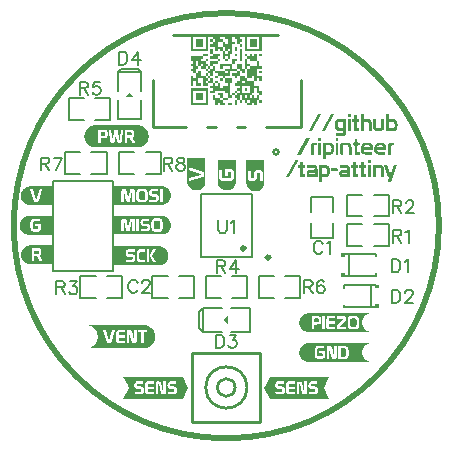
<source format=gto>
G04 Layer: TopSilkscreenLayer*
G04 EasyEDA v6.5.22, 2023-04-02 13:19:52*
G04 e11523a40a7546c49719b0b35a8351d0,15f4cc3622644fce95c1d8fbedb56722,10*
G04 Gerber Generator version 0.2*
G04 Scale: 100 percent, Rotated: No, Reflected: No *
G04 Dimensions in millimeters *
G04 leading zeros omitted , absolute positions ,4 integer and 5 decimal *
%FSLAX45Y45*%
%MOMM*%

%ADD10C,0.1524*%
%ADD11C,0.2000*%
%ADD12C,0.2540*%
%ADD13C,0.2032*%
%ADD14C,0.5000*%
%ADD15C,0.3000*%
%ADD16C,0.0159*%

%LPD*%
G36*
X-967892Y335991D02*
G01*
X-967892Y202844D01*
X-887780Y202844D01*
X-887679Y295706D01*
X-886764Y299923D01*
X-885037Y303225D01*
X-882599Y305917D01*
X-879602Y307949D01*
X-876147Y309321D01*
X-872286Y310134D01*
X-868222Y310489D01*
X-863041Y310489D01*
X-857707Y310134D01*
X-853541Y309321D01*
X-851763Y308610D01*
X-848664Y306476D01*
X-847445Y304952D01*
X-845413Y300888D01*
X-843838Y295452D01*
X-842314Y288239D01*
X-832662Y230124D01*
X-831646Y226212D01*
X-830884Y225196D01*
X-830529Y225450D01*
X-829665Y227482D01*
X-828446Y232562D01*
X-819810Y288747D01*
X-818286Y295757D01*
X-816610Y301091D01*
X-815644Y303276D01*
X-814578Y305054D01*
X-813358Y306476D01*
X-810158Y308610D01*
X-808278Y309321D01*
X-804011Y310134D01*
X-798576Y310489D01*
X-790702Y310337D01*
X-786536Y309626D01*
X-782828Y308406D01*
X-779576Y306730D01*
X-776884Y304495D01*
X-775004Y301599D01*
X-773836Y298043D01*
X-773480Y293776D01*
X-773480Y239674D01*
X-761796Y239674D01*
X-761796Y271678D01*
X-761390Y277520D01*
X-760780Y282346D01*
X-758240Y293014D01*
X-756513Y297230D01*
X-754430Y300634D01*
X-750976Y304444D01*
X-746810Y307746D01*
X-742086Y310184D01*
X-737158Y311810D01*
X-732942Y312470D01*
X-727506Y312826D01*
X-699312Y312826D01*
X-693826Y312470D01*
X-689660Y311810D01*
X-684530Y310184D01*
X-679754Y307746D01*
X-675538Y304444D01*
X-672134Y300634D01*
X-671017Y299059D01*
X-669239Y295249D01*
X-666648Y285242D01*
X-665469Y278282D01*
X-654100Y278282D01*
X-653948Y283260D01*
X-652830Y290118D01*
X-650849Y295656D01*
X-647903Y300431D01*
X-643940Y304444D01*
X-641045Y306628D01*
X-635660Y309422D01*
X-631850Y310438D01*
X-579018Y310489D01*
X-578510Y310184D01*
X-578154Y309016D01*
X-578256Y291592D01*
X-578510Y291134D01*
X-579678Y290728D01*
X-624586Y290626D01*
X-626516Y289763D01*
X-628243Y287985D01*
X-629513Y286207D01*
X-630326Y284632D01*
X-630986Y282346D01*
X-630732Y274218D01*
X-630072Y271830D01*
X-628700Y269646D01*
X-626668Y268274D01*
X-624128Y267614D01*
X-617524Y267360D01*
X-598068Y267309D01*
X-593090Y266649D01*
X-587959Y265328D01*
X-585520Y264210D01*
X-583133Y262788D01*
X-579729Y259943D01*
X-577545Y257403D01*
X-575767Y254406D01*
X-574243Y251104D01*
X-573074Y247548D01*
X-572312Y243890D01*
X-571550Y236423D01*
X-571652Y230174D01*
X-572058Y229006D01*
X-573024Y222453D01*
X-574954Y216712D01*
X-577850Y211785D01*
X-581710Y207670D01*
X-584555Y205486D01*
X-589166Y202844D01*
X-560374Y202844D01*
X-560273Y309727D01*
X-559511Y310489D01*
X-539140Y310489D01*
X-538632Y310184D01*
X-538276Y309016D01*
X-538378Y202184D01*
X-538632Y201726D01*
X-539800Y201320D01*
X-559511Y201422D01*
X-560273Y202184D01*
X-560374Y202844D01*
X-589166Y202844D01*
X-591718Y201828D01*
X-595172Y201320D01*
X-651205Y201422D01*
X-651967Y202184D01*
X-651967Y220319D01*
X-651205Y221081D01*
X-601522Y221132D01*
X-600405Y221284D01*
X-599338Y221742D01*
X-597458Y223418D01*
X-596138Y225450D01*
X-594512Y229006D01*
X-594156Y230530D01*
X-594207Y236270D01*
X-594614Y240182D01*
X-595630Y242620D01*
X-596442Y243738D01*
X-598271Y245110D01*
X-600760Y246024D01*
X-603808Y246634D01*
X-627075Y246888D01*
X-632155Y247497D01*
X-637387Y248767D01*
X-639927Y249732D01*
X-642366Y251053D01*
X-644702Y252628D01*
X-647039Y255066D01*
X-649020Y257708D01*
X-650595Y260908D01*
X-652881Y267716D01*
X-653592Y271170D01*
X-654100Y278282D01*
X-665469Y278282D01*
X-665022Y271678D01*
X-665022Y239674D01*
X-665378Y233730D01*
X-666038Y229006D01*
X-669239Y216052D01*
X-671017Y212140D01*
X-673760Y208534D01*
X-677570Y205079D01*
X-682091Y202234D01*
X-687019Y200050D01*
X-689660Y199288D01*
X-693826Y198729D01*
X-705713Y198374D01*
X-721004Y198374D01*
X-732942Y198729D01*
X-737158Y199288D01*
X-742086Y201015D01*
X-746810Y203606D01*
X-748995Y205079D01*
X-752805Y208534D01*
X-754430Y210464D01*
X-756513Y213969D01*
X-758240Y218338D01*
X-760780Y229006D01*
X-761390Y233730D01*
X-761796Y239674D01*
X-773480Y239674D01*
X-773582Y202184D01*
X-773836Y201726D01*
X-775004Y201320D01*
X-794715Y201422D01*
X-795477Y202184D01*
X-795578Y286105D01*
X-795985Y287629D01*
X-796493Y288137D01*
X-797204Y288188D01*
X-797712Y287934D01*
X-798626Y286410D01*
X-805230Y255828D01*
X-814120Y213055D01*
X-814882Y210616D01*
X-816051Y208381D01*
X-817575Y206349D01*
X-819505Y204571D01*
X-823518Y202336D01*
X-827176Y201574D01*
X-831646Y201320D01*
X-835558Y201574D01*
X-838758Y202336D01*
X-841451Y203555D01*
X-843584Y205130D01*
X-845159Y206806D01*
X-846378Y208686D01*
X-847648Y212496D01*
X-863244Y286105D01*
X-864158Y288239D01*
X-864412Y288442D01*
X-865378Y288391D01*
X-865632Y287731D01*
X-865682Y202844D01*
X-866038Y201726D01*
X-867206Y201320D01*
X-886917Y201422D01*
X-887679Y202184D01*
X-887780Y202844D01*
X-967892Y202844D01*
X-967892Y175920D01*
X-550011Y175920D01*
X-543458Y176225D01*
X-537006Y176987D01*
X-530758Y178257D01*
X-524713Y180035D01*
X-518820Y182219D01*
X-513232Y184861D01*
X-507847Y187909D01*
X-502716Y191363D01*
X-497890Y195224D01*
X-493420Y199390D01*
X-489204Y203911D01*
X-485393Y208686D01*
X-481939Y213817D01*
X-478891Y219202D01*
X-476250Y224840D01*
X-474065Y230682D01*
X-472287Y236728D01*
X-471017Y242976D01*
X-470204Y249428D01*
X-469950Y255981D01*
X-470204Y262534D01*
X-471017Y268935D01*
X-472287Y275234D01*
X-474065Y281279D01*
X-476250Y287121D01*
X-478891Y292760D01*
X-481939Y298145D01*
X-485393Y303225D01*
X-489204Y308051D01*
X-493420Y312572D01*
X-497890Y316738D01*
X-502716Y320548D01*
X-507847Y324002D01*
X-513232Y327101D01*
X-518820Y329742D01*
X-524713Y331927D01*
X-530758Y333705D01*
X-537006Y334975D01*
X-543458Y335737D01*
X-550011Y335991D01*
G37*
G36*
X-722426Y291744D02*
G01*
X-726389Y291388D01*
X-729792Y290728D01*
X-732282Y289814D01*
X-734364Y288594D01*
X-736092Y287020D01*
X-737412Y285140D01*
X-738378Y282905D01*
X-739140Y280162D01*
X-739546Y276910D01*
X-739698Y273202D01*
X-739698Y238150D01*
X-739546Y234340D01*
X-739140Y231038D01*
X-738378Y228244D01*
X-737412Y225958D01*
X-736092Y224129D01*
X-734364Y222605D01*
X-732282Y221437D01*
X-729792Y220624D01*
X-726389Y220014D01*
X-722426Y219608D01*
X-710996Y219405D01*
X-702310Y219811D01*
X-698601Y220319D01*
X-694537Y221437D01*
X-692454Y222605D01*
X-690727Y224129D01*
X-689406Y225958D01*
X-688390Y228244D01*
X-687679Y231038D01*
X-687273Y234340D01*
X-687120Y238150D01*
X-687120Y273202D01*
X-687273Y276910D01*
X-687679Y280162D01*
X-688390Y282905D01*
X-689406Y285140D01*
X-690727Y287020D01*
X-692454Y288594D01*
X-694537Y289814D01*
X-697026Y290728D01*
X-700379Y291388D01*
X-704392Y291744D01*
G37*
G36*
X-967892Y86004D02*
G01*
X-967892Y-47142D01*
X-887780Y-47142D01*
X-887679Y45720D01*
X-886764Y49885D01*
X-886002Y51663D01*
X-883869Y54660D01*
X-881176Y56997D01*
X-877925Y58724D01*
X-874318Y59791D01*
X-870254Y60350D01*
X-866190Y60553D01*
X-860196Y60350D01*
X-855522Y59791D01*
X-853541Y59283D01*
X-850137Y57658D01*
X-848664Y56489D01*
X-847445Y54965D01*
X-845413Y50901D01*
X-843838Y45466D01*
X-842314Y38201D01*
X-832662Y-19913D01*
X-831646Y-23774D01*
X-830884Y-24790D01*
X-830529Y-24536D01*
X-829665Y-22504D01*
X-828852Y-18440D01*
X-828344Y-17119D01*
X-820470Y34645D01*
X-819048Y42468D01*
X-816610Y51104D01*
X-814578Y55067D01*
X-813358Y56489D01*
X-811834Y57658D01*
X-810158Y58572D01*
X-806246Y59791D01*
X-801471Y60350D01*
X-795324Y60553D01*
X-790702Y60299D01*
X-786536Y59588D01*
X-782828Y58419D01*
X-779576Y56743D01*
X-776884Y54508D01*
X-775004Y51612D01*
X-773836Y48056D01*
X-773480Y43789D01*
X-773480Y-47142D01*
X-761034Y-47142D01*
X-760933Y59690D01*
X-760628Y60198D01*
X-759510Y60553D01*
X-739800Y60452D01*
X-739292Y60198D01*
X-738936Y59029D01*
X-738936Y28295D01*
X-726998Y28295D01*
X-726744Y33883D01*
X-725728Y40132D01*
X-723747Y45618D01*
X-720801Y50393D01*
X-716838Y54457D01*
X-713943Y56641D01*
X-708609Y59436D01*
X-704900Y60452D01*
X-652576Y60553D01*
X-651408Y60198D01*
X-651052Y59029D01*
X-651154Y41605D01*
X-651408Y41148D01*
X-652576Y40741D01*
X-697636Y40640D01*
X-699668Y39725D01*
X-701395Y37998D01*
X-702665Y36220D01*
X-703427Y34645D01*
X-703834Y33121D01*
X-704138Y29311D01*
X-703884Y24231D01*
X-703072Y21844D01*
X-701598Y19659D01*
X-699668Y18288D01*
X-697026Y17627D01*
X-693826Y17424D01*
X-673404Y17373D01*
X-668629Y17068D01*
X-663498Y16103D01*
X-660958Y15341D01*
X-658520Y14224D01*
X-656132Y12801D01*
X-652627Y9956D01*
X-650443Y7416D01*
X-648665Y4419D01*
X-647293Y1117D01*
X-645718Y-4267D01*
X-644923Y-10312D01*
X-634034Y-10312D01*
X-634034Y21691D01*
X-633628Y27533D01*
X-633018Y32359D01*
X-630478Y43027D01*
X-628954Y47244D01*
X-626922Y50647D01*
X-623468Y54457D01*
X-619302Y57759D01*
X-614527Y60198D01*
X-609396Y61823D01*
X-605180Y62484D01*
X-599744Y62839D01*
X-571550Y62839D01*
X-566064Y62484D01*
X-561898Y61823D01*
X-556920Y60198D01*
X-552246Y57759D01*
X-548030Y54457D01*
X-544626Y50647D01*
X-542493Y47244D01*
X-540816Y43027D01*
X-538276Y32359D01*
X-537616Y27533D01*
X-537260Y21691D01*
X-537260Y-10312D01*
X-537616Y-16256D01*
X-538276Y-20980D01*
X-540816Y-31648D01*
X-542493Y-36017D01*
X-544626Y-39522D01*
X-548030Y-43281D01*
X-552246Y-46380D01*
X-554532Y-47802D01*
X-559358Y-49936D01*
X-561898Y-50698D01*
X-566064Y-51257D01*
X-578002Y-51663D01*
X-602640Y-51409D01*
X-609396Y-50698D01*
X-614527Y-48971D01*
X-616966Y-47802D01*
X-621487Y-44907D01*
X-625297Y-41452D01*
X-626922Y-39522D01*
X-628954Y-36017D01*
X-630478Y-31648D01*
X-633018Y-20980D01*
X-633628Y-16256D01*
X-634034Y-10312D01*
X-644923Y-10312D01*
X-644702Y-13614D01*
X-644753Y-19812D01*
X-646023Y-27533D01*
X-648004Y-33274D01*
X-650849Y-38201D01*
X-654608Y-42316D01*
X-657555Y-44551D01*
X-660958Y-46634D01*
X-664616Y-48158D01*
X-668070Y-48666D01*
X-724357Y-48564D01*
X-725119Y-47802D01*
X-725220Y-30378D01*
X-724814Y-29209D01*
X-723696Y-28854D01*
X-674420Y-28854D01*
X-673303Y-28702D01*
X-672338Y-28295D01*
X-671423Y-27584D01*
X-669747Y-25552D01*
X-668477Y-23520D01*
X-667715Y-21742D01*
X-667207Y-18694D01*
X-667105Y-13716D01*
X-667512Y-9804D01*
X-668680Y-7416D01*
X-670407Y-5537D01*
X-672592Y-4368D01*
X-675335Y-3606D01*
X-678637Y-3251D01*
X-697788Y-3200D01*
X-702614Y-2895D01*
X-710539Y-1270D01*
X-713028Y-254D01*
X-715365Y1016D01*
X-717600Y2641D01*
X-719937Y5080D01*
X-721918Y7721D01*
X-723544Y10922D01*
X-724966Y14325D01*
X-726490Y21183D01*
X-726998Y28295D01*
X-738936Y28295D01*
X-739038Y-47802D01*
X-739292Y-48260D01*
X-740460Y-48666D01*
X-760171Y-48564D01*
X-760933Y-47802D01*
X-761034Y-47142D01*
X-773480Y-47142D01*
X-773836Y-48260D01*
X-775004Y-48666D01*
X-794715Y-48564D01*
X-795477Y-47802D01*
X-795578Y36118D01*
X-795985Y37642D01*
X-796493Y38150D01*
X-797204Y38201D01*
X-797712Y37947D01*
X-798474Y36779D01*
X-803706Y12801D01*
X-814120Y-36982D01*
X-814882Y-39370D01*
X-816051Y-41656D01*
X-817575Y-43688D01*
X-819505Y-45466D01*
X-823518Y-47650D01*
X-827176Y-48412D01*
X-831646Y-48666D01*
X-835558Y-48412D01*
X-838758Y-47650D01*
X-841451Y-46431D01*
X-843584Y-44856D01*
X-845159Y-43180D01*
X-846378Y-41300D01*
X-847648Y-37490D01*
X-863244Y36118D01*
X-864158Y38252D01*
X-864412Y38455D01*
X-865378Y38404D01*
X-865632Y37744D01*
X-865682Y-47142D01*
X-866038Y-48260D01*
X-867206Y-48666D01*
X-886917Y-48564D01*
X-887679Y-47802D01*
X-887780Y-47142D01*
X-967892Y-47142D01*
X-967892Y-74066D01*
X-550011Y-74066D01*
X-543458Y-73812D01*
X-537006Y-72999D01*
X-530758Y-71729D01*
X-524713Y-70002D01*
X-518820Y-67767D01*
X-513232Y-65125D01*
X-507847Y-62077D01*
X-502716Y-58623D01*
X-497890Y-54813D01*
X-493420Y-50596D01*
X-489204Y-46126D01*
X-485393Y-41300D01*
X-481939Y-36169D01*
X-478891Y-30784D01*
X-476250Y-25196D01*
X-474065Y-19304D01*
X-472287Y-13258D01*
X-471017Y-7010D01*
X-470204Y-609D01*
X-469950Y5994D01*
X-470204Y12547D01*
X-471017Y18948D01*
X-472287Y25196D01*
X-474065Y31292D01*
X-476250Y37134D01*
X-478891Y42773D01*
X-481939Y48158D01*
X-485393Y53238D01*
X-489204Y58064D01*
X-493420Y62585D01*
X-497890Y66751D01*
X-502716Y70561D01*
X-507847Y74015D01*
X-513232Y77063D01*
X-518820Y79705D01*
X-524713Y81940D01*
X-530758Y83667D01*
X-537006Y84988D01*
X-543458Y85750D01*
X-550011Y86004D01*
G37*
G36*
X-594664Y41757D02*
G01*
X-598627Y41402D01*
X-602030Y40741D01*
X-604469Y39827D01*
X-606602Y38608D01*
X-608330Y37033D01*
X-609650Y35153D01*
X-610616Y32867D01*
X-611327Y30124D01*
X-611784Y26924D01*
X-611936Y23215D01*
X-611936Y-11836D01*
X-611784Y-15646D01*
X-611327Y-18948D01*
X-610616Y-21742D01*
X-609650Y-24028D01*
X-608330Y-25857D01*
X-606602Y-27381D01*
X-604469Y-28549D01*
X-600405Y-29718D01*
X-596747Y-30226D01*
X-590296Y-30581D01*
X-578815Y-30480D01*
X-574548Y-30226D01*
X-570839Y-29718D01*
X-566775Y-28549D01*
X-564692Y-27381D01*
X-562965Y-25857D01*
X-561644Y-24028D01*
X-560628Y-21742D01*
X-559917Y-18948D01*
X-559511Y-15646D01*
X-559358Y-11836D01*
X-559358Y23215D01*
X-559511Y26924D01*
X-559917Y30124D01*
X-560628Y32867D01*
X-561644Y35153D01*
X-562965Y37033D01*
X-564692Y38608D01*
X-566775Y39827D01*
X-569264Y40741D01*
X-572617Y41402D01*
X-576630Y41757D01*
G37*
G36*
X-958342Y-173990D02*
G01*
X-958342Y-233476D01*
X-852881Y-233476D01*
X-852830Y-227431D01*
X-851662Y-219862D01*
X-849680Y-214375D01*
X-846683Y-209600D01*
X-841400Y-204419D01*
X-838200Y-202387D01*
X-834491Y-200558D01*
X-830681Y-199542D01*
X-778459Y-199440D01*
X-777341Y-199796D01*
X-776935Y-200964D01*
X-777036Y-218389D01*
X-777798Y-219151D01*
X-823417Y-219354D01*
X-825347Y-220268D01*
X-827074Y-221996D01*
X-828344Y-223774D01*
X-829767Y-227634D01*
X-829665Y-234492D01*
X-829310Y-236982D01*
X-828294Y-239267D01*
X-827481Y-240334D01*
X-826516Y-241147D01*
X-824128Y-242163D01*
X-818083Y-242620D01*
X-796899Y-242722D01*
X-791921Y-243332D01*
X-786790Y-244703D01*
X-784301Y-245770D01*
X-781964Y-247243D01*
X-778510Y-250037D01*
X-776376Y-252577D01*
X-773785Y-257200D01*
X-772363Y-260654D01*
X-770839Y-268020D01*
X-770331Y-275386D01*
X-770331Y-278079D01*
X-760171Y-278079D01*
X-760069Y-230225D01*
X-759053Y-223977D01*
X-757732Y-219405D01*
X-756462Y-216509D01*
X-752551Y-210870D01*
X-750062Y-208330D01*
X-747318Y-206095D01*
X-744321Y-204165D01*
X-741121Y-202488D01*
X-737819Y-201168D01*
X-734364Y-200202D01*
X-730808Y-199644D01*
X-727151Y-199440D01*
X-686104Y-199542D01*
X-685647Y-199796D01*
X-685241Y-200964D01*
X-685342Y-218389D01*
X-686104Y-219151D01*
X-726135Y-219252D01*
X-728980Y-220116D01*
X-731418Y-221386D01*
X-733450Y-223164D01*
X-735025Y-225348D01*
X-736396Y-228041D01*
X-737311Y-231140D01*
X-737920Y-234543D01*
X-738073Y-238302D01*
X-738073Y-276910D01*
X-737666Y-279450D01*
X-736955Y-281686D01*
X-735888Y-283616D01*
X-734517Y-285292D01*
X-732891Y-286664D01*
X-730910Y-287680D01*
X-728675Y-288442D01*
X-726135Y-288848D01*
X-686104Y-288950D01*
X-685647Y-289204D01*
X-685241Y-290372D01*
X-685241Y-307136D01*
X-672795Y-307136D01*
X-672744Y-200304D01*
X-672439Y-199796D01*
X-671271Y-199440D01*
X-651560Y-199542D01*
X-651103Y-199796D01*
X-650697Y-200964D01*
X-650697Y-253288D01*
X-649173Y-253288D01*
X-649071Y-251612D01*
X-648004Y-248564D01*
X-621639Y-200456D01*
X-621080Y-199745D01*
X-620572Y-199491D01*
X-597103Y-199440D01*
X-596493Y-199745D01*
X-596290Y-200152D01*
X-596392Y-200914D01*
X-626821Y-252831D01*
X-626567Y-254101D01*
X-595426Y-307492D01*
X-595579Y-308152D01*
X-596341Y-308660D01*
X-619709Y-308610D01*
X-620471Y-307898D01*
X-646633Y-261061D01*
X-648055Y-257911D01*
X-648919Y-255320D01*
X-649173Y-253288D01*
X-650697Y-253288D01*
X-650798Y-307797D01*
X-651560Y-308559D01*
X-671982Y-308559D01*
X-672744Y-307797D01*
X-672795Y-307136D01*
X-685241Y-307136D01*
X-685342Y-307797D01*
X-686104Y-308559D01*
X-725881Y-308660D01*
X-730148Y-308457D01*
X-733755Y-307898D01*
X-739851Y-305866D01*
X-742696Y-304698D01*
X-745388Y-303123D01*
X-747928Y-301244D01*
X-750265Y-299008D01*
X-752500Y-296468D01*
X-756310Y-290779D01*
X-758291Y-286613D01*
X-759409Y-283006D01*
X-760018Y-279908D01*
X-760171Y-278079D01*
X-770331Y-278079D01*
X-771855Y-287528D01*
X-773785Y-293268D01*
X-776681Y-298196D01*
X-780491Y-302310D01*
X-783386Y-304546D01*
X-786841Y-306628D01*
X-790549Y-308152D01*
X-793953Y-308660D01*
X-850036Y-308559D01*
X-850798Y-307797D01*
X-850798Y-289712D01*
X-850493Y-289204D01*
X-849325Y-288848D01*
X-800303Y-288848D01*
X-798169Y-288290D01*
X-796239Y-286562D01*
X-794918Y-284530D01*
X-793953Y-282498D01*
X-792937Y-279450D01*
X-793191Y-271068D01*
X-793851Y-268579D01*
X-795223Y-266242D01*
X-797102Y-264922D01*
X-799541Y-263956D01*
X-802589Y-263398D01*
X-806145Y-263194D01*
X-825906Y-263093D01*
X-830986Y-262483D01*
X-836218Y-261264D01*
X-838758Y-260248D01*
X-841197Y-258978D01*
X-843483Y-257352D01*
X-845870Y-254914D01*
X-847801Y-252272D01*
X-849426Y-249072D01*
X-851712Y-242316D01*
X-852627Y-237032D01*
X-852881Y-233476D01*
X-958342Y-233476D01*
X-958342Y-334060D01*
X-569976Y-334060D01*
X-563422Y-333806D01*
X-557022Y-332994D01*
X-550773Y-331724D01*
X-544677Y-329996D01*
X-538835Y-327761D01*
X-533196Y-325120D01*
X-527862Y-322072D01*
X-522732Y-318617D01*
X-517906Y-314807D01*
X-513384Y-310642D01*
X-509219Y-306120D01*
X-505409Y-301294D01*
X-501954Y-296164D01*
X-498906Y-290779D01*
X-496265Y-285191D01*
X-494030Y-279298D01*
X-492302Y-273253D01*
X-491032Y-267004D01*
X-490220Y-260604D01*
X-489966Y-254000D01*
X-490220Y-247446D01*
X-491032Y-241046D01*
X-492302Y-234797D01*
X-494030Y-228701D01*
X-496265Y-222859D01*
X-498906Y-217220D01*
X-501954Y-211886D01*
X-505409Y-206756D01*
X-509219Y-201930D01*
X-513384Y-197408D01*
X-517906Y-193243D01*
X-522732Y-189433D01*
X-527862Y-185978D01*
X-533196Y-182930D01*
X-538835Y-180289D01*
X-544677Y-178054D01*
X-550773Y-176326D01*
X-557022Y-175056D01*
X-563422Y-174244D01*
X-569976Y-173990D01*
G37*
G36*
X-1660245Y-166319D02*
G01*
X-1666798Y-166573D01*
X-1673250Y-167386D01*
X-1679498Y-168656D01*
X-1685543Y-170383D01*
X-1691386Y-172618D01*
X-1697024Y-175260D01*
X-1702409Y-178308D01*
X-1707540Y-181762D01*
X-1712315Y-185572D01*
X-1716836Y-189738D01*
X-1721002Y-194259D01*
X-1724863Y-199085D01*
X-1728266Y-204216D01*
X-1731365Y-209550D01*
X-1734007Y-215188D01*
X-1736191Y-221030D01*
X-1737969Y-227126D01*
X-1739239Y-233375D01*
X-1740001Y-239775D01*
X-1740306Y-246329D01*
X-1740001Y-252933D01*
X-1739239Y-259334D01*
X-1737969Y-265582D01*
X-1736191Y-271627D01*
X-1734007Y-277520D01*
X-1731365Y-283108D01*
X-1728266Y-288493D01*
X-1724863Y-293624D01*
X-1720066Y-299466D01*
X-1647443Y-299466D01*
X-1647342Y-192633D01*
X-1647088Y-192125D01*
X-1645920Y-191770D01*
X-1587144Y-191871D01*
X-1585010Y-192125D01*
X-1580896Y-193294D01*
X-1578864Y-194310D01*
X-1574800Y-197256D01*
X-1572768Y-199136D01*
X-1569770Y-203149D01*
X-1567586Y-208076D01*
X-1566214Y-213969D01*
X-1565656Y-220725D01*
X-1565859Y-230530D01*
X-1566418Y-235915D01*
X-1567383Y-240334D01*
X-1568704Y-243840D01*
X-1573276Y-249428D01*
X-1575968Y-251815D01*
X-1579626Y-254254D01*
X-1580083Y-254812D01*
X-1579981Y-255625D01*
X-1578254Y-258013D01*
X-1575816Y-262077D01*
X-1572920Y-269138D01*
X-1563522Y-297891D01*
X-1561846Y-300228D01*
X-1562100Y-300786D01*
X-1562862Y-300990D01*
X-1584350Y-300888D01*
X-1585214Y-300126D01*
X-1587042Y-297230D01*
X-1597964Y-266293D01*
X-1599844Y-263448D01*
X-1602282Y-261569D01*
X-1605280Y-260604D01*
X-1624482Y-260705D01*
X-1624990Y-260959D01*
X-1625346Y-262128D01*
X-1625447Y-300126D01*
X-1626209Y-300888D01*
X-1645920Y-300990D01*
X-1647088Y-300583D01*
X-1647443Y-299466D01*
X-1720066Y-299466D01*
X-1716836Y-302971D01*
X-1712315Y-307136D01*
X-1707540Y-310946D01*
X-1702409Y-314401D01*
X-1697024Y-317449D01*
X-1691386Y-320090D01*
X-1685543Y-322326D01*
X-1679498Y-324053D01*
X-1673250Y-325323D01*
X-1666798Y-326136D01*
X-1660245Y-326390D01*
X-1469186Y-326390D01*
X-1469186Y-166319D01*
G37*
G36*
X-1623822Y-211582D02*
G01*
X-1624990Y-211937D01*
X-1625346Y-213106D01*
X-1625244Y-238658D01*
X-1624990Y-239115D01*
X-1623822Y-239521D01*
X-1596136Y-239521D01*
X-1594002Y-238963D01*
X-1591564Y-237236D01*
X-1589582Y-235000D01*
X-1588262Y-231902D01*
X-1587296Y-228193D01*
X-1586992Y-224282D01*
X-1587246Y-220217D01*
X-1588262Y-216916D01*
X-1589582Y-214782D01*
X-1591005Y-213156D01*
X-1592478Y-212090D01*
X-1594104Y-211582D01*
G37*
G36*
X-1671015Y83667D02*
G01*
X-1677568Y83413D01*
X-1683969Y82651D01*
X-1690268Y81381D01*
X-1696313Y79603D01*
X-1702155Y77368D01*
X-1707794Y74726D01*
X-1713179Y71678D01*
X-1718259Y68224D01*
X-1723085Y64414D01*
X-1727606Y60248D01*
X-1731772Y55727D01*
X-1735582Y50901D01*
X-1739036Y45821D01*
X-1742135Y40436D01*
X-1744776Y34798D01*
X-1746961Y28956D01*
X-1748739Y22860D01*
X-1750009Y16611D01*
X-1750771Y10210D01*
X-1751025Y3657D01*
X-1750771Y-2895D01*
X-1750009Y-9347D01*
X-1748634Y-15951D01*
X-1658213Y-15951D01*
X-1658213Y27228D01*
X-1657705Y32461D01*
X-1656181Y37896D01*
X-1654962Y40538D01*
X-1651914Y45466D01*
X-1648104Y49987D01*
X-1645970Y52019D01*
X-1641195Y55422D01*
X-1638604Y56641D01*
X-1635963Y57556D01*
X-1633270Y58064D01*
X-1630527Y58216D01*
X-1578305Y58115D01*
X-1577797Y57861D01*
X-1577441Y56692D01*
X-1577543Y39268D01*
X-1577797Y38811D01*
X-1578965Y38404D01*
X-1626362Y38354D01*
X-1628038Y37846D01*
X-1629867Y36728D01*
X-1631543Y35204D01*
X-1635099Y30784D01*
X-1635861Y28956D01*
X-1636115Y27482D01*
X-1636115Y-12395D01*
X-1635861Y-16357D01*
X-1635150Y-19913D01*
X-1633982Y-23114D01*
X-1632305Y-25857D01*
X-1630273Y-28041D01*
X-1627987Y-29667D01*
X-1625447Y-30581D01*
X-1622653Y-30937D01*
X-1602638Y-30835D01*
X-1600098Y-30327D01*
X-1597914Y-29362D01*
X-1596034Y-28092D01*
X-1594612Y-26568D01*
X-1593596Y-24942D01*
X-1592834Y-23215D01*
X-1592478Y-21691D01*
X-1592427Y-6807D01*
X-1592783Y-5638D01*
X-1593951Y-5283D01*
X-1619504Y-5181D01*
X-1620266Y-4419D01*
X-1620367Y13004D01*
X-1619961Y14173D01*
X-1618843Y14528D01*
X-1570685Y14427D01*
X-1570177Y14173D01*
X-1569821Y13004D01*
X-1569923Y-23164D01*
X-1570837Y-27482D01*
X-1572463Y-32410D01*
X-1575003Y-37236D01*
X-1576679Y-39573D01*
X-1578711Y-41859D01*
X-1581048Y-43992D01*
X-1583690Y-45923D01*
X-1586585Y-47701D01*
X-1589684Y-49123D01*
X-1593240Y-50139D01*
X-1597202Y-50800D01*
X-1601571Y-51003D01*
X-1627987Y-51003D01*
X-1631543Y-50800D01*
X-1634896Y-50139D01*
X-1638046Y-49123D01*
X-1640941Y-47701D01*
X-1643634Y-45923D01*
X-1646072Y-43891D01*
X-1648307Y-41605D01*
X-1652219Y-36423D01*
X-1653895Y-33731D01*
X-1656435Y-27889D01*
X-1657756Y-21844D01*
X-1658213Y-15951D01*
X-1748634Y-15951D01*
X-1746961Y-21640D01*
X-1744776Y-27482D01*
X-1742135Y-33121D01*
X-1739036Y-38506D01*
X-1735582Y-43637D01*
X-1731772Y-48463D01*
X-1727606Y-52933D01*
X-1723085Y-57099D01*
X-1718259Y-60960D01*
X-1713179Y-64414D01*
X-1707794Y-67462D01*
X-1702155Y-70104D01*
X-1696313Y-72288D01*
X-1690268Y-74066D01*
X-1683969Y-75336D01*
X-1677568Y-76098D01*
X-1671015Y-76403D01*
X-1477162Y-76403D01*
X-1477162Y83667D01*
G37*
G36*
X-1660601Y333705D02*
G01*
X-1667154Y333400D01*
X-1673555Y332638D01*
X-1679854Y331368D01*
X-1685899Y329590D01*
X-1691741Y327406D01*
X-1697380Y324764D01*
X-1702765Y321665D01*
X-1707845Y318262D01*
X-1712671Y314401D01*
X-1717192Y310235D01*
X-1719719Y307492D01*
X-1660499Y307492D01*
X-1660245Y308051D01*
X-1659483Y308254D01*
X-1638960Y308152D01*
X-1637944Y307492D01*
X-1637639Y306984D01*
X-1610868Y219659D01*
X-1610461Y219100D01*
X-1609801Y218846D01*
X-1609039Y218998D01*
X-1608277Y220370D01*
X-1581759Y306730D01*
X-1580997Y307848D01*
X-1579727Y308254D01*
X-1559356Y308203D01*
X-1558696Y307797D01*
X-1558645Y307492D01*
X-1589633Y207924D01*
X-1590700Y205232D01*
X-1592173Y203149D01*
X-1594002Y201574D01*
X-1596237Y200558D01*
X-1598879Y199847D01*
X-1605483Y199085D01*
X-1613611Y199085D01*
X-1620469Y199847D01*
X-1623161Y200558D01*
X-1625498Y201574D01*
X-1627428Y203149D01*
X-1628901Y205232D01*
X-1630019Y207924D01*
X-1660499Y307492D01*
X-1719719Y307492D01*
X-1725168Y300939D01*
X-1728622Y295808D01*
X-1731721Y290423D01*
X-1734362Y284784D01*
X-1736547Y278942D01*
X-1738325Y272897D01*
X-1739595Y266649D01*
X-1740357Y260197D01*
X-1740611Y253644D01*
X-1740357Y247091D01*
X-1739595Y240639D01*
X-1738325Y234391D01*
X-1736547Y228346D01*
X-1734362Y222504D01*
X-1731721Y216865D01*
X-1728622Y211480D01*
X-1725168Y206400D01*
X-1721357Y201574D01*
X-1717192Y197053D01*
X-1712671Y192887D01*
X-1707845Y189077D01*
X-1702765Y185623D01*
X-1697380Y182524D01*
X-1691741Y179882D01*
X-1685899Y177698D01*
X-1679854Y175920D01*
X-1673555Y174650D01*
X-1667154Y173888D01*
X-1660601Y173634D01*
X-1478584Y173634D01*
X-1478584Y333705D01*
G37*
G36*
X-72440Y1620012D02*
G01*
X-72440Y1599438D01*
X-93014Y1599438D01*
X-93014Y1578864D01*
X-51866Y1578864D01*
X-51866Y1620012D01*
G37*
G36*
X-300024Y1620012D02*
G01*
X-300024Y1578864D01*
X-279450Y1578864D01*
X-279450Y1599438D01*
X-258825Y1599438D01*
X-258825Y1620012D01*
G37*
G36*
X-258622Y1620012D02*
G01*
X-258622Y1599438D01*
X-217474Y1599438D01*
X-217474Y1620012D01*
G37*
G36*
X-217170Y1620012D02*
G01*
X-217170Y1599438D01*
X-176072Y1599438D01*
X-176072Y1620012D01*
G37*
G36*
X-175768Y1620012D02*
G01*
X-175768Y1578864D01*
X-155194Y1578864D01*
X-155194Y1620012D01*
G37*
G36*
X-134416Y1620012D02*
G01*
X-134416Y1599438D01*
X-113842Y1599438D01*
X-113842Y1620012D01*
G37*
G36*
X-10464Y1620012D02*
G01*
X-10464Y1578864D01*
X10109Y1578864D01*
X10109Y1620012D01*
G37*
G36*
X10414Y1620012D02*
G01*
X10414Y1578864D01*
X51511Y1578864D01*
X51511Y1599438D01*
X30988Y1599438D01*
X30988Y1620012D01*
G37*
G36*
X51816Y1620012D02*
G01*
X51816Y1599438D01*
X72390Y1599438D01*
X72390Y1578864D01*
X92964Y1578864D01*
X92964Y1620012D01*
G37*
G36*
X93167Y1620012D02*
G01*
X93167Y1578864D01*
X113741Y1578864D01*
X113741Y1620012D01*
G37*
G36*
X155143Y1620012D02*
G01*
X155143Y1578864D01*
X175717Y1578864D01*
X175717Y1599438D01*
X196291Y1599438D01*
X196291Y1620012D01*
G37*
G36*
X196596Y1620012D02*
G01*
X196596Y1599438D01*
X237693Y1599438D01*
X237693Y1620012D01*
G37*
G36*
X237998Y1620012D02*
G01*
X237998Y1599438D01*
X279146Y1599438D01*
X279146Y1620012D01*
G37*
G36*
X279349Y1620012D02*
G01*
X279349Y1578864D01*
X299974Y1578864D01*
X299974Y1620012D01*
G37*
G36*
X-113842Y1599438D02*
G01*
X-113842Y1578864D01*
X-93218Y1578864D01*
X-93218Y1599438D01*
G37*
G36*
X-300024Y1578610D02*
G01*
X-300024Y1537462D01*
X-279450Y1537462D01*
X-279450Y1578610D01*
G37*
G36*
X-258622Y1578610D02*
G01*
X-258622Y1537462D01*
X-217474Y1537462D01*
X-217474Y1578610D01*
G37*
G36*
X-217170Y1578610D02*
G01*
X-217170Y1537462D01*
X-196596Y1537462D01*
X-196596Y1578610D01*
G37*
G36*
X-175768Y1578610D02*
G01*
X-175768Y1537462D01*
X-155194Y1537462D01*
X-155194Y1578610D01*
G37*
G36*
X-134416Y1578610D02*
G01*
X-134416Y1558036D01*
X-113842Y1558036D01*
X-113842Y1578610D01*
G37*
G36*
X-93014Y1578610D02*
G01*
X-93014Y1537462D01*
X-72440Y1537462D01*
X-72440Y1558036D01*
X-31292Y1558036D01*
X-31292Y1578610D01*
G37*
G36*
X10414Y1578610D02*
G01*
X10414Y1537462D01*
X51511Y1537462D01*
X51511Y1578610D01*
G37*
G36*
X93167Y1578610D02*
G01*
X93167Y1537462D01*
X113741Y1537462D01*
X113741Y1558036D01*
X134366Y1558036D01*
X134366Y1578610D01*
G37*
G36*
X155143Y1578610D02*
G01*
X155143Y1537462D01*
X175717Y1537462D01*
X175717Y1578610D01*
G37*
G36*
X196596Y1578610D02*
G01*
X196596Y1537462D01*
X237693Y1537462D01*
X237693Y1578610D01*
G37*
G36*
X237998Y1578610D02*
G01*
X237998Y1537462D01*
X258571Y1537462D01*
X258571Y1578610D01*
G37*
G36*
X279349Y1578610D02*
G01*
X279349Y1537462D01*
X299974Y1537462D01*
X299974Y1578610D01*
G37*
G36*
X-113842Y1558036D02*
G01*
X-113842Y1537462D01*
X-93218Y1537462D01*
X-93218Y1558036D01*
G37*
G36*
X-31038Y1558036D02*
G01*
X-31038Y1537462D01*
X-10464Y1537462D01*
X-10464Y1558036D01*
G37*
G36*
X51816Y1558036D02*
G01*
X51816Y1537462D01*
X72390Y1537462D01*
X72390Y1558036D01*
G37*
G36*
X-300024Y1537208D02*
G01*
X-300024Y1496060D01*
X-279450Y1496060D01*
X-279450Y1537208D01*
G37*
G36*
X-258622Y1537208D02*
G01*
X-258622Y1516634D01*
X-217474Y1516634D01*
X-217474Y1537208D01*
G37*
G36*
X-217170Y1537208D02*
G01*
X-217170Y1516634D01*
X-196596Y1516634D01*
X-196596Y1537208D01*
G37*
G36*
X-175768Y1537208D02*
G01*
X-175768Y1496060D01*
X-155194Y1496060D01*
X-155194Y1537208D01*
G37*
G36*
X-134416Y1537208D02*
G01*
X-134416Y1516634D01*
X-93218Y1516634D01*
X-93218Y1537208D01*
G37*
G36*
X-93014Y1537208D02*
G01*
X-93014Y1496060D01*
X-31292Y1496060D01*
X-31292Y1516634D01*
X-72440Y1516634D01*
X-72440Y1537208D01*
G37*
G36*
X-31038Y1537208D02*
G01*
X-31038Y1516634D01*
X-10464Y1516634D01*
X-10464Y1496060D01*
X10109Y1496060D01*
X10109Y1537208D01*
G37*
G36*
X10414Y1537208D02*
G01*
X10414Y1496060D01*
X51511Y1496060D01*
X51511Y1537208D01*
G37*
G36*
X113741Y1537208D02*
G01*
X113741Y1516634D01*
X134366Y1516634D01*
X134366Y1537208D01*
G37*
G36*
X155143Y1537208D02*
G01*
X155143Y1496060D01*
X175717Y1496060D01*
X175717Y1537208D01*
G37*
G36*
X196596Y1537208D02*
G01*
X196596Y1516634D01*
X237693Y1516634D01*
X237693Y1537208D01*
G37*
G36*
X237998Y1537208D02*
G01*
X237998Y1516634D01*
X258571Y1516634D01*
X258571Y1537208D01*
G37*
G36*
X279349Y1537208D02*
G01*
X279349Y1496060D01*
X299974Y1496060D01*
X299974Y1537208D01*
G37*
G36*
X72390Y1516634D02*
G01*
X72390Y1496060D01*
X92964Y1496060D01*
X92964Y1516634D01*
G37*
G36*
X30988Y1495806D02*
G01*
X30988Y1475232D01*
X10414Y1475232D01*
X10414Y1454658D01*
X51511Y1454658D01*
X51511Y1495806D01*
G37*
G36*
X-300024Y1495806D02*
G01*
X-300024Y1475232D01*
X-258825Y1475232D01*
X-258825Y1495806D01*
G37*
G36*
X-258622Y1495806D02*
G01*
X-258622Y1475232D01*
X-217474Y1475232D01*
X-217474Y1495806D01*
G37*
G36*
X-217170Y1495806D02*
G01*
X-217170Y1475232D01*
X-176072Y1475232D01*
X-176072Y1495806D01*
G37*
G36*
X-175768Y1495806D02*
G01*
X-175768Y1475232D01*
X-155194Y1475232D01*
X-155194Y1495806D01*
G37*
G36*
X-134416Y1495806D02*
G01*
X-134416Y1454658D01*
X-113842Y1454658D01*
X-113842Y1495806D01*
G37*
G36*
X-93014Y1495806D02*
G01*
X-93014Y1475232D01*
X-72440Y1475232D01*
X-72440Y1495806D01*
G37*
G36*
X-51866Y1495806D02*
G01*
X-51866Y1475232D01*
X-31292Y1475232D01*
X-31292Y1495806D01*
G37*
G36*
X-10464Y1495806D02*
G01*
X-10464Y1475232D01*
X10109Y1475232D01*
X10109Y1495806D01*
G37*
G36*
X72390Y1495806D02*
G01*
X72390Y1475232D01*
X92964Y1475232D01*
X92964Y1495806D01*
G37*
G36*
X113741Y1495806D02*
G01*
X113741Y1454658D01*
X134366Y1454658D01*
X134366Y1495806D01*
G37*
G36*
X155143Y1495806D02*
G01*
X155143Y1475232D01*
X196291Y1475232D01*
X196291Y1495806D01*
G37*
G36*
X196596Y1495806D02*
G01*
X196596Y1475232D01*
X237693Y1475232D01*
X237693Y1495806D01*
G37*
G36*
X237998Y1495806D02*
G01*
X237998Y1475232D01*
X279146Y1475232D01*
X279146Y1495806D01*
G37*
G36*
X279349Y1495806D02*
G01*
X279349Y1475232D01*
X299974Y1475232D01*
X299974Y1495806D01*
G37*
G36*
X-31038Y1475232D02*
G01*
X-31038Y1454658D01*
X-10464Y1454658D01*
X-10464Y1475232D01*
G37*
G36*
X-113842Y1454404D02*
G01*
X-113842Y1433830D01*
X-134416Y1433830D01*
X-134416Y1413256D01*
X-93218Y1413256D01*
X-93218Y1454404D01*
G37*
G36*
X-196596Y1454404D02*
G01*
X-196596Y1433830D01*
X-176072Y1433830D01*
X-176072Y1454404D01*
G37*
G36*
X-175768Y1454404D02*
G01*
X-175768Y1433830D01*
X-155194Y1433830D01*
X-155194Y1454404D01*
G37*
G36*
X-93014Y1454404D02*
G01*
X-93014Y1413256D01*
X-72440Y1413256D01*
X-72440Y1433830D01*
X-51866Y1433830D01*
X-51866Y1454404D01*
G37*
G36*
X-31038Y1454404D02*
G01*
X-31038Y1413256D01*
X-10464Y1413256D01*
X-10464Y1433830D01*
X10109Y1433830D01*
X10109Y1454404D01*
G37*
G36*
X10414Y1454404D02*
G01*
X10414Y1413256D01*
X30988Y1413256D01*
X30988Y1454404D01*
G37*
G36*
X72390Y1454404D02*
G01*
X72390Y1433830D01*
X92964Y1433830D01*
X92964Y1454404D01*
G37*
G36*
X113741Y1454404D02*
G01*
X113741Y1413256D01*
X134366Y1413256D01*
X134366Y1454404D01*
G37*
G36*
X155143Y1454404D02*
G01*
X155143Y1433830D01*
X175717Y1433830D01*
X175717Y1454404D01*
G37*
G36*
X196596Y1454404D02*
G01*
X196596Y1413256D01*
X237693Y1413256D01*
X237693Y1433830D01*
X217119Y1433830D01*
X217119Y1454404D01*
G37*
G36*
X237998Y1454404D02*
G01*
X237998Y1413256D01*
X258571Y1413256D01*
X258571Y1454404D01*
G37*
G36*
X279349Y1454404D02*
G01*
X279349Y1433830D01*
X299974Y1433830D01*
X299974Y1454404D01*
G37*
G36*
X-300024Y1433830D02*
G01*
X-300024Y1413256D01*
X-258825Y1413256D01*
X-258825Y1433830D01*
G37*
G36*
X-258622Y1433830D02*
G01*
X-258622Y1413256D01*
X-217474Y1413256D01*
X-217474Y1433830D01*
G37*
G36*
X-217170Y1433830D02*
G01*
X-217170Y1413256D01*
X-196596Y1413256D01*
X-196596Y1433830D01*
G37*
G36*
X175717Y1433830D02*
G01*
X175717Y1413256D01*
X196291Y1413256D01*
X196291Y1433830D01*
G37*
G36*
X-300024Y1413002D02*
G01*
X-300024Y1392428D01*
X-279450Y1392428D01*
X-279450Y1371854D01*
X-300024Y1371854D01*
X-300024Y1351280D01*
X-258825Y1351280D01*
X-258825Y1413002D01*
G37*
G36*
X-258622Y1413002D02*
G01*
X-258622Y1392428D01*
X-238048Y1392428D01*
X-238048Y1351280D01*
X-217474Y1351280D01*
X-217474Y1413002D01*
G37*
G36*
X-175768Y1413002D02*
G01*
X-175768Y1392428D01*
X-155194Y1392428D01*
X-155194Y1413002D01*
G37*
G36*
X-72440Y1413002D02*
G01*
X-72440Y1392428D01*
X-51866Y1392428D01*
X-51866Y1413002D01*
G37*
G36*
X-10464Y1413002D02*
G01*
X-10464Y1392428D01*
X10109Y1392428D01*
X10109Y1413002D01*
G37*
G36*
X51816Y1413002D02*
G01*
X51816Y1371854D01*
X72390Y1371854D01*
X72390Y1392428D01*
X92964Y1392428D01*
X92964Y1413002D01*
G37*
G36*
X113741Y1413002D02*
G01*
X113741Y1392428D01*
X134366Y1392428D01*
X134366Y1413002D01*
G37*
G36*
X155143Y1413002D02*
G01*
X155143Y1351280D01*
X196291Y1351280D01*
X196291Y1371854D01*
X175717Y1371854D01*
X175717Y1413002D01*
G37*
G36*
X196596Y1413002D02*
G01*
X196596Y1392428D01*
X237693Y1392428D01*
X237693Y1413002D01*
G37*
G36*
X237998Y1413002D02*
G01*
X237998Y1392428D01*
X258571Y1392428D01*
X258571Y1413002D01*
G37*
G36*
X-217170Y1392428D02*
G01*
X-217170Y1371854D01*
X-196596Y1371854D01*
X-196596Y1351280D01*
X-176072Y1351280D01*
X-176072Y1392428D01*
G37*
G36*
X-134416Y1392428D02*
G01*
X-134416Y1351280D01*
X-113842Y1351280D01*
X-113842Y1371854D01*
X-93218Y1371854D01*
X-93218Y1392428D01*
G37*
G36*
X-93014Y1392428D02*
G01*
X-93014Y1371854D01*
X-72440Y1371854D01*
X-72440Y1392428D01*
G37*
G36*
X258571Y1392428D02*
G01*
X258571Y1351280D01*
X279146Y1351280D01*
X279146Y1392428D01*
G37*
G36*
X-175768Y1371854D02*
G01*
X-175768Y1351280D01*
X-155194Y1351280D01*
X-155194Y1371854D01*
G37*
G36*
X-51866Y1371854D02*
G01*
X-51866Y1351280D01*
X-31292Y1351280D01*
X-31292Y1371854D01*
G37*
G36*
X-31038Y1371854D02*
G01*
X-31038Y1351280D01*
X10109Y1351280D01*
X10109Y1371854D01*
G37*
G36*
X10414Y1371854D02*
G01*
X10414Y1351280D01*
X51511Y1351280D01*
X51511Y1371854D01*
G37*
G36*
X93167Y1371854D02*
G01*
X93167Y1351280D01*
X134366Y1351280D01*
X134366Y1371854D01*
G37*
G36*
X-279450Y1351026D02*
G01*
X-279450Y1330452D01*
X-300024Y1330452D01*
X-300024Y1309878D01*
X-258825Y1309878D01*
X-258825Y1351026D01*
G37*
G36*
X-113842Y1351026D02*
G01*
X-113842Y1330452D01*
X-134416Y1330452D01*
X-134416Y1309878D01*
X-93218Y1309878D01*
X-93218Y1351026D01*
G37*
G36*
X30988Y1351026D02*
G01*
X30988Y1330452D01*
X10414Y1330452D01*
X10414Y1309878D01*
X51511Y1309878D01*
X51511Y1351026D01*
G37*
G36*
X-258622Y1351026D02*
G01*
X-258622Y1330452D01*
X-238048Y1330452D01*
X-238048Y1351026D01*
G37*
G36*
X-217170Y1351026D02*
G01*
X-217170Y1330452D01*
X-176072Y1330452D01*
X-176072Y1351026D01*
G37*
G36*
X-155194Y1351026D02*
G01*
X-155194Y1330452D01*
X-134620Y1330452D01*
X-134620Y1351026D01*
G37*
G36*
X-51866Y1351026D02*
G01*
X-51866Y1330452D01*
X-31292Y1330452D01*
X-31292Y1351026D01*
G37*
G36*
X93167Y1351026D02*
G01*
X93167Y1330452D01*
X113741Y1330452D01*
X113741Y1309878D01*
X134366Y1309878D01*
X134366Y1351026D01*
G37*
G36*
X155143Y1351026D02*
G01*
X155143Y1330452D01*
X175717Y1330452D01*
X175717Y1351026D01*
G37*
G36*
X196596Y1351026D02*
G01*
X196596Y1309878D01*
X237693Y1309878D01*
X237693Y1351026D01*
G37*
G36*
X237998Y1351026D02*
G01*
X237998Y1309878D01*
X258571Y1309878D01*
X258571Y1330452D01*
X279146Y1330452D01*
X279146Y1351026D01*
G37*
G36*
X279349Y1351026D02*
G01*
X279349Y1330452D01*
X299974Y1330452D01*
X299974Y1351026D01*
G37*
G36*
X-175768Y1330452D02*
G01*
X-175768Y1309878D01*
X-155194Y1309878D01*
X-155194Y1330452D01*
G37*
G36*
X-10464Y1330452D02*
G01*
X-10464Y1309878D01*
X10109Y1309878D01*
X10109Y1330452D01*
G37*
G36*
X51816Y1330452D02*
G01*
X51816Y1309878D01*
X92964Y1309878D01*
X92964Y1330452D01*
G37*
G36*
X134569Y1330452D02*
G01*
X134569Y1309878D01*
X155143Y1309878D01*
X155143Y1330452D01*
G37*
G36*
X175717Y1330452D02*
G01*
X175717Y1309878D01*
X196291Y1309878D01*
X196291Y1330452D01*
G37*
G36*
X-238048Y1309624D02*
G01*
X-238048Y1289050D01*
X-258622Y1289050D01*
X-258622Y1268476D01*
X-217474Y1268476D01*
X-217474Y1309624D01*
G37*
G36*
X-279450Y1309624D02*
G01*
X-279450Y1289050D01*
X-258825Y1289050D01*
X-258825Y1309624D01*
G37*
G36*
X-155194Y1309624D02*
G01*
X-155194Y1289050D01*
X-134620Y1289050D01*
X-134620Y1309624D01*
G37*
G36*
X-134416Y1309624D02*
G01*
X-134416Y1268476D01*
X-113842Y1268476D01*
X-113842Y1309624D01*
G37*
G36*
X-93014Y1309624D02*
G01*
X-93014Y1289050D01*
X-72440Y1289050D01*
X-72440Y1268476D01*
X-31292Y1268476D01*
X-31292Y1309624D01*
G37*
G36*
X-31038Y1309624D02*
G01*
X-31038Y1268476D01*
X10109Y1268476D01*
X10109Y1289050D01*
X-10464Y1289050D01*
X-10464Y1309624D01*
G37*
G36*
X10414Y1309624D02*
G01*
X10414Y1268476D01*
X30988Y1268476D01*
X30988Y1309624D01*
G37*
G36*
X93167Y1309624D02*
G01*
X93167Y1268476D01*
X113741Y1268476D01*
X113741Y1309624D01*
G37*
G36*
X134569Y1309624D02*
G01*
X134569Y1289050D01*
X155143Y1289050D01*
X155143Y1309624D01*
G37*
G36*
X175717Y1309624D02*
G01*
X175717Y1268476D01*
X196291Y1268476D01*
X196291Y1309624D01*
G37*
G36*
X196596Y1309624D02*
G01*
X196596Y1268476D01*
X237693Y1268476D01*
X237693Y1309624D01*
G37*
G36*
X237998Y1309624D02*
G01*
X237998Y1268476D01*
X258571Y1268476D01*
X258571Y1309624D01*
G37*
G36*
X279349Y1309624D02*
G01*
X279349Y1289050D01*
X299974Y1289050D01*
X299974Y1309624D01*
G37*
G36*
X-175768Y1289050D02*
G01*
X-175768Y1268476D01*
X-155194Y1268476D01*
X-155194Y1289050D01*
G37*
G36*
X51816Y1289050D02*
G01*
X51816Y1268476D01*
X92964Y1268476D01*
X92964Y1289050D01*
G37*
G36*
X-300024Y1268222D02*
G01*
X-300024Y1227074D01*
X-258825Y1227074D01*
X-258825Y1247648D01*
X-279450Y1247648D01*
X-279450Y1268222D01*
G37*
G36*
X-258622Y1268222D02*
G01*
X-258622Y1227074D01*
X-238048Y1227074D01*
X-238048Y1247648D01*
X-217474Y1247648D01*
X-217474Y1268222D01*
G37*
G36*
X-217170Y1268222D02*
G01*
X-217170Y1247648D01*
X-196596Y1247648D01*
X-196596Y1227074D01*
X-176072Y1227074D01*
X-176072Y1268222D01*
G37*
G36*
X-155194Y1268222D02*
G01*
X-155194Y1247648D01*
X-134620Y1247648D01*
X-134620Y1268222D01*
G37*
G36*
X-93014Y1268222D02*
G01*
X-93014Y1247648D01*
X-72440Y1247648D01*
X-72440Y1268222D01*
G37*
G36*
X-31038Y1268222D02*
G01*
X-31038Y1247648D01*
X-10464Y1247648D01*
X-10464Y1268222D01*
G37*
G36*
X72390Y1268222D02*
G01*
X72390Y1247648D01*
X92964Y1247648D01*
X92964Y1268222D01*
G37*
G36*
X113741Y1268222D02*
G01*
X113741Y1227074D01*
X134366Y1227074D01*
X134366Y1268222D01*
G37*
G36*
X134569Y1268222D02*
G01*
X134569Y1227074D01*
X175717Y1227074D01*
X175717Y1247648D01*
X155143Y1247648D01*
X155143Y1268222D01*
G37*
G36*
X175717Y1268222D02*
G01*
X175717Y1247648D01*
X196291Y1247648D01*
X196291Y1268222D01*
G37*
G36*
X196596Y1268222D02*
G01*
X196596Y1247648D01*
X217119Y1247648D01*
X217119Y1268222D01*
G37*
G36*
X237998Y1268222D02*
G01*
X237998Y1227074D01*
X258571Y1227074D01*
X258571Y1247648D01*
X279146Y1247648D01*
X279146Y1268222D01*
G37*
G36*
X279349Y1268222D02*
G01*
X279349Y1227074D01*
X299974Y1227074D01*
X299974Y1268222D01*
G37*
G36*
X-175768Y1247648D02*
G01*
X-175768Y1227074D01*
X-155194Y1227074D01*
X-155194Y1247648D01*
G37*
G36*
X-134416Y1247648D02*
G01*
X-134416Y1227074D01*
X-113842Y1227074D01*
X-113842Y1247648D01*
G37*
G36*
X-51866Y1247648D02*
G01*
X-51866Y1227074D01*
X-31292Y1227074D01*
X-31292Y1247648D01*
G37*
G36*
X-10464Y1247648D02*
G01*
X-10464Y1227074D01*
X10109Y1227074D01*
X10109Y1247648D01*
G37*
G36*
X10414Y1247648D02*
G01*
X10414Y1227074D01*
X51511Y1227074D01*
X51511Y1247648D01*
G37*
G36*
X155143Y1226820D02*
G01*
X155143Y1206246D01*
X134569Y1206246D01*
X134569Y1185672D01*
X196291Y1185672D01*
X196291Y1226820D01*
G37*
G36*
X-300024Y1226820D02*
G01*
X-300024Y1185672D01*
X-279450Y1185672D01*
X-279450Y1226820D01*
G37*
G36*
X-258622Y1226820D02*
G01*
X-258622Y1185672D01*
X-217474Y1185672D01*
X-217474Y1206246D01*
X-238048Y1206246D01*
X-238048Y1226820D01*
G37*
G36*
X-196596Y1226820D02*
G01*
X-196596Y1185672D01*
X-176072Y1185672D01*
X-176072Y1226820D01*
G37*
G36*
X-155194Y1226820D02*
G01*
X-155194Y1206246D01*
X-134620Y1206246D01*
X-134620Y1226820D01*
G37*
G36*
X-134416Y1226820D02*
G01*
X-134416Y1206246D01*
X-113842Y1206246D01*
X-113842Y1226820D01*
G37*
G36*
X-93014Y1226820D02*
G01*
X-93014Y1206246D01*
X-72440Y1206246D01*
X-72440Y1226820D01*
G37*
G36*
X-10464Y1226820D02*
G01*
X-10464Y1206246D01*
X10109Y1206246D01*
X10109Y1226820D01*
G37*
G36*
X10414Y1226820D02*
G01*
X10414Y1185672D01*
X30988Y1185672D01*
X30988Y1206246D01*
X51511Y1206246D01*
X51511Y1226820D01*
G37*
G36*
X93167Y1226820D02*
G01*
X93167Y1185672D01*
X134366Y1185672D01*
X134366Y1226820D01*
G37*
G36*
X196596Y1226820D02*
G01*
X196596Y1185672D01*
X237693Y1185672D01*
X237693Y1226820D01*
G37*
G36*
X-175768Y1206246D02*
G01*
X-175768Y1185672D01*
X-155194Y1185672D01*
X-155194Y1206246D01*
G37*
G36*
X-113842Y1206246D02*
G01*
X-113842Y1185672D01*
X-93218Y1185672D01*
X-93218Y1206246D01*
G37*
G36*
X-72440Y1206246D02*
G01*
X-72440Y1185672D01*
X-51866Y1185672D01*
X-51866Y1206246D01*
G37*
G36*
X72390Y1206246D02*
G01*
X72390Y1185672D01*
X92964Y1185672D01*
X92964Y1206246D01*
G37*
G36*
X-134416Y1185418D02*
G01*
X-134416Y1164844D01*
X-113842Y1164844D01*
X-113842Y1144270D01*
X-134416Y1144270D01*
X-134416Y1123696D01*
X-93218Y1123696D01*
X-93218Y1185418D01*
G37*
G36*
X113741Y1185418D02*
G01*
X113741Y1164844D01*
X93167Y1164844D01*
X93167Y1144270D01*
X113741Y1144270D01*
X113741Y1123696D01*
X134366Y1123696D01*
X134366Y1185418D01*
G37*
G36*
X-93014Y1185418D02*
G01*
X-93014Y1144270D01*
X-31292Y1144270D01*
X-31292Y1164844D01*
X-51866Y1164844D01*
X-51866Y1185418D01*
G37*
G36*
X-31038Y1185418D02*
G01*
X-31038Y1144270D01*
X-10464Y1144270D01*
X-10464Y1123696D01*
X10109Y1123696D01*
X10109Y1185418D01*
G37*
G36*
X10414Y1185418D02*
G01*
X10414Y1123696D01*
X30988Y1123696D01*
X30988Y1185418D01*
G37*
G36*
X196596Y1185418D02*
G01*
X196596Y1123696D01*
X237693Y1123696D01*
X237693Y1185418D01*
G37*
G36*
X237998Y1185418D02*
G01*
X237998Y1164844D01*
X258571Y1164844D01*
X258571Y1123696D01*
X279146Y1123696D01*
X279146Y1185418D01*
G37*
G36*
X-300024Y1164844D02*
G01*
X-300024Y1123696D01*
X-279450Y1123696D01*
X-279450Y1144270D01*
X-258825Y1144270D01*
X-258825Y1164844D01*
G37*
G36*
X-258622Y1164844D02*
G01*
X-258622Y1144270D01*
X-217474Y1144270D01*
X-217474Y1164844D01*
G37*
G36*
X-217170Y1164844D02*
G01*
X-217170Y1144270D01*
X-176072Y1144270D01*
X-176072Y1164844D01*
G37*
G36*
X-175768Y1164844D02*
G01*
X-175768Y1123696D01*
X-155194Y1123696D01*
X-155194Y1164844D01*
G37*
G36*
X155143Y1164844D02*
G01*
X155143Y1144270D01*
X175717Y1144270D01*
X175717Y1164844D01*
G37*
G36*
X72390Y1144270D02*
G01*
X72390Y1123696D01*
X92964Y1123696D01*
X92964Y1144270D01*
G37*
G36*
X279349Y1144270D02*
G01*
X279349Y1123696D01*
X299974Y1123696D01*
X299974Y1144270D01*
G37*
G36*
X-300024Y1123442D02*
G01*
X-300024Y1082294D01*
X-279450Y1082294D01*
X-279450Y1123442D01*
G37*
G36*
X-258622Y1123442D02*
G01*
X-258622Y1082294D01*
X-217474Y1082294D01*
X-217474Y1123442D01*
G37*
G36*
X-217170Y1123442D02*
G01*
X-217170Y1082294D01*
X-196596Y1082294D01*
X-196596Y1123442D01*
G37*
G36*
X-175768Y1123442D02*
G01*
X-175768Y1082294D01*
X-155194Y1082294D01*
X-155194Y1123442D01*
G37*
G36*
X-72440Y1123442D02*
G01*
X-72440Y1102868D01*
X-51866Y1102868D01*
X-51866Y1082294D01*
X-31292Y1082294D01*
X-31292Y1123442D01*
G37*
G36*
X10414Y1123442D02*
G01*
X10414Y1082294D01*
X51511Y1082294D01*
X51511Y1102868D01*
X30988Y1102868D01*
X30988Y1123442D01*
G37*
G36*
X51816Y1123442D02*
G01*
X51816Y1102868D01*
X72390Y1102868D01*
X72390Y1123442D01*
G37*
G36*
X93167Y1123442D02*
G01*
X93167Y1082294D01*
X113741Y1082294D01*
X113741Y1102868D01*
X134366Y1102868D01*
X134366Y1123442D01*
G37*
G36*
X134569Y1123442D02*
G01*
X134569Y1082294D01*
X155143Y1082294D01*
X155143Y1102868D01*
X175717Y1102868D01*
X175717Y1082294D01*
X196291Y1082294D01*
X196291Y1123442D01*
G37*
G36*
X196596Y1123442D02*
G01*
X196596Y1102868D01*
X217119Y1102868D01*
X217119Y1123442D01*
G37*
G36*
X279349Y1123442D02*
G01*
X279349Y1102868D01*
X299974Y1102868D01*
X299974Y1123442D01*
G37*
G36*
X-113842Y1102868D02*
G01*
X-113842Y1082294D01*
X-93218Y1082294D01*
X-93218Y1102868D01*
G37*
G36*
X72390Y1102868D02*
G01*
X72390Y1082294D01*
X92964Y1082294D01*
X92964Y1102868D01*
G37*
G36*
X217119Y1102868D02*
G01*
X217119Y1082294D01*
X237693Y1082294D01*
X237693Y1102868D01*
G37*
G36*
X258571Y1102868D02*
G01*
X258571Y1082294D01*
X279146Y1082294D01*
X279146Y1102868D01*
G37*
G36*
X-300024Y1082040D02*
G01*
X-300024Y1040892D01*
X-279450Y1040892D01*
X-279450Y1082040D01*
G37*
G36*
X-258622Y1082040D02*
G01*
X-258622Y1061466D01*
X-217474Y1061466D01*
X-217474Y1082040D01*
G37*
G36*
X-217170Y1082040D02*
G01*
X-217170Y1061466D01*
X-196596Y1061466D01*
X-196596Y1082040D01*
G37*
G36*
X-175768Y1082040D02*
G01*
X-175768Y1040892D01*
X-155194Y1040892D01*
X-155194Y1082040D01*
G37*
G36*
X-113842Y1082040D02*
G01*
X-113842Y1061466D01*
X-93218Y1061466D01*
X-93218Y1082040D01*
G37*
G36*
X-93014Y1082040D02*
G01*
X-93014Y1040892D01*
X-31292Y1040892D01*
X-31292Y1061466D01*
X-51866Y1061466D01*
X-51866Y1082040D01*
G37*
G36*
X-31038Y1082040D02*
G01*
X-31038Y1061466D01*
X10109Y1061466D01*
X10109Y1082040D01*
G37*
G36*
X93167Y1082040D02*
G01*
X93167Y1061466D01*
X113741Y1061466D01*
X113741Y1082040D01*
G37*
G36*
X134569Y1082040D02*
G01*
X134569Y1061466D01*
X155143Y1061466D01*
X155143Y1040892D01*
X175717Y1040892D01*
X175717Y1061466D01*
X196291Y1061466D01*
X196291Y1082040D01*
G37*
G36*
X196596Y1082040D02*
G01*
X196596Y1040892D01*
X237693Y1040892D01*
X237693Y1082040D01*
G37*
G36*
X237998Y1082040D02*
G01*
X237998Y1040892D01*
X258571Y1040892D01*
X258571Y1061466D01*
X279146Y1061466D01*
X279146Y1082040D01*
G37*
G36*
X72390Y1061466D02*
G01*
X72390Y1040892D01*
X92964Y1040892D01*
X92964Y1061466D01*
G37*
G36*
X113741Y1061466D02*
G01*
X113741Y1040892D01*
X134366Y1040892D01*
X134366Y1061466D01*
G37*
G36*
X279349Y1061466D02*
G01*
X279349Y1040892D01*
X299974Y1040892D01*
X299974Y1061466D01*
G37*
G36*
X-300024Y1040637D02*
G01*
X-300024Y1020064D01*
X-258825Y1020064D01*
X-258825Y1040637D01*
G37*
G36*
X-258622Y1040637D02*
G01*
X-258622Y1020064D01*
X-217474Y1020064D01*
X-217474Y1040637D01*
G37*
G36*
X-217170Y1040637D02*
G01*
X-217170Y1020064D01*
X-176072Y1020064D01*
X-176072Y1040637D01*
G37*
G36*
X-175768Y1040637D02*
G01*
X-175768Y1020064D01*
X-155194Y1020064D01*
X-155194Y1040637D01*
G37*
G36*
X-93014Y1040637D02*
G01*
X-93014Y1020064D01*
X-72440Y1020064D01*
X-72440Y1040637D01*
G37*
G36*
X-51866Y1040637D02*
G01*
X-51866Y1020064D01*
X-31292Y1020064D01*
X-31292Y1040637D01*
G37*
G36*
X-31038Y1040637D02*
G01*
X-31038Y1020064D01*
X-10464Y1020064D01*
X-10464Y1040637D01*
G37*
G36*
X10414Y1040637D02*
G01*
X10414Y1020064D01*
X51511Y1020064D01*
X51511Y1040637D01*
G37*
G36*
X72390Y1040637D02*
G01*
X72390Y1020064D01*
X92964Y1020064D01*
X92964Y1040637D01*
G37*
G36*
X175717Y1040637D02*
G01*
X175717Y1020064D01*
X196291Y1020064D01*
X196291Y1040637D01*
G37*
G36*
X196596Y1040637D02*
G01*
X196596Y1020064D01*
X217119Y1020064D01*
X217119Y1040637D01*
G37*
G36*
X237998Y1040637D02*
G01*
X237998Y1020064D01*
X258571Y1020064D01*
X258571Y1040637D01*
G37*
G36*
X697230Y-993089D02*
G01*
X690676Y-993343D01*
X684276Y-994156D01*
X677976Y-995426D01*
X671931Y-997153D01*
X666089Y-999388D01*
X660450Y-1002030D01*
X655066Y-1005078D01*
X649986Y-1008532D01*
X645160Y-1012342D01*
X640638Y-1016558D01*
X636473Y-1021029D01*
X632663Y-1025855D01*
X629208Y-1030986D01*
X626110Y-1036370D01*
X623468Y-1041958D01*
X621284Y-1047851D01*
X619506Y-1053896D01*
X618236Y-1060145D01*
X617474Y-1066546D01*
X617220Y-1073150D01*
X617474Y-1079703D01*
X618236Y-1086104D01*
X619609Y-1092708D01*
X748690Y-1092708D01*
X748690Y-1049528D01*
X749198Y-1044346D01*
X750722Y-1038860D01*
X753414Y-1033729D01*
X754989Y-1031290D01*
X758799Y-1026769D01*
X763270Y-1022959D01*
X765708Y-1021334D01*
X768299Y-1020114D01*
X770940Y-1019251D01*
X773633Y-1018743D01*
X776376Y-1018540D01*
X828598Y-1018641D01*
X829106Y-1018946D01*
X829462Y-1020064D01*
X829360Y-1037488D01*
X829106Y-1037996D01*
X827938Y-1038352D01*
X780542Y-1038402D01*
X778865Y-1038910D01*
X777036Y-1040028D01*
X775360Y-1041552D01*
X772464Y-1045108D01*
X771347Y-1046937D01*
X770839Y-1048613D01*
X770788Y-1089152D01*
X771042Y-1093165D01*
X771753Y-1096721D01*
X772922Y-1099870D01*
X774598Y-1102614D01*
X776630Y-1104849D01*
X778916Y-1106424D01*
X781456Y-1107389D01*
X784250Y-1107694D01*
X804265Y-1107643D01*
X806805Y-1107135D01*
X808990Y-1106170D01*
X810869Y-1104900D01*
X812292Y-1103376D01*
X814069Y-1099972D01*
X814425Y-1098448D01*
X814476Y-1083564D01*
X814120Y-1082446D01*
X812952Y-1082040D01*
X787400Y-1081938D01*
X786942Y-1081684D01*
X786536Y-1080516D01*
X786638Y-1063091D01*
X787400Y-1062329D01*
X835558Y-1062228D01*
X836726Y-1062634D01*
X837082Y-1063752D01*
X836980Y-1099921D01*
X836066Y-1104239D01*
X834440Y-1109218D01*
X831900Y-1114044D01*
X828192Y-1118666D01*
X825855Y-1120800D01*
X823214Y-1122730D01*
X820318Y-1124458D01*
X817168Y-1125931D01*
X816117Y-1126236D01*
X848258Y-1126236D01*
X848309Y-1038098D01*
X848817Y-1033018D01*
X849884Y-1028700D01*
X850747Y-1026871D01*
X851814Y-1025245D01*
X854456Y-1022603D01*
X856081Y-1021486D01*
X859942Y-1019810D01*
X864819Y-1018844D01*
X870864Y-1018540D01*
X875334Y-1018743D01*
X879195Y-1019302D01*
X882345Y-1020267D01*
X884834Y-1021587D01*
X886815Y-1023264D01*
X888441Y-1025194D01*
X889762Y-1027430D01*
X890676Y-1029969D01*
X911301Y-1105814D01*
X912063Y-1106576D01*
X912977Y-1106576D01*
X913485Y-1105814D01*
X913637Y-1019403D01*
X914400Y-1018641D01*
X934110Y-1018540D01*
X935278Y-1018946D01*
X935634Y-1020064D01*
X935583Y-1111758D01*
X935075Y-1114806D01*
X933958Y-1117854D01*
X932281Y-1120648D01*
X930249Y-1123137D01*
X927709Y-1125321D01*
X926236Y-1126236D01*
X948334Y-1126236D01*
X948436Y-1019403D01*
X949198Y-1018641D01*
X1001674Y-1018540D01*
X1005840Y-1018743D01*
X1009751Y-1019352D01*
X1013358Y-1020419D01*
X1016660Y-1021842D01*
X1019708Y-1023619D01*
X1022451Y-1025652D01*
X1024890Y-1027937D01*
X1027074Y-1030478D01*
X1029055Y-1033271D01*
X1030782Y-1036218D01*
X1032103Y-1039368D01*
X1034084Y-1046124D01*
X1035100Y-1053084D01*
X1035100Y-1096162D01*
X1034084Y-1102106D01*
X1032103Y-1108252D01*
X1030782Y-1111199D01*
X1029055Y-1113993D01*
X1027074Y-1116584D01*
X1024940Y-1118920D01*
X1022502Y-1121054D01*
X1019860Y-1122984D01*
X1016914Y-1124712D01*
X1013612Y-1126032D01*
X1010005Y-1126998D01*
X1006094Y-1127556D01*
X1001928Y-1127760D01*
X949198Y-1127658D01*
X948740Y-1127404D01*
X948334Y-1126236D01*
X926236Y-1126236D01*
X923391Y-1127404D01*
X920394Y-1127760D01*
X905408Y-1127709D01*
X903376Y-1127201D01*
X901344Y-1126236D01*
X899464Y-1124966D01*
X896010Y-1121664D01*
X894638Y-1119632D01*
X893775Y-1117600D01*
X872896Y-1040637D01*
X872286Y-1039672D01*
X871372Y-1039368D01*
X870610Y-1039672D01*
X870356Y-1040637D01*
X870254Y-1126896D01*
X870000Y-1127404D01*
X868832Y-1127760D01*
X849121Y-1127658D01*
X848664Y-1127404D01*
X848258Y-1126236D01*
X816117Y-1126236D01*
X813663Y-1126947D01*
X809701Y-1127556D01*
X805332Y-1127760D01*
X778916Y-1127760D01*
X775360Y-1127556D01*
X772007Y-1126947D01*
X768858Y-1125931D01*
X765962Y-1124458D01*
X763270Y-1122680D01*
X760831Y-1120648D01*
X758596Y-1118362D01*
X754684Y-1113231D01*
X753008Y-1110488D01*
X750468Y-1104646D01*
X749147Y-1098600D01*
X748690Y-1092708D01*
X619609Y-1092708D01*
X621284Y-1098448D01*
X623468Y-1104290D01*
X626110Y-1109929D01*
X629208Y-1115314D01*
X632663Y-1120394D01*
X636473Y-1125220D01*
X640638Y-1129741D01*
X645160Y-1133906D01*
X649986Y-1137716D01*
X655066Y-1141171D01*
X660450Y-1144219D01*
X666089Y-1146860D01*
X671931Y-1149096D01*
X677976Y-1150823D01*
X684276Y-1152144D01*
X690676Y-1152906D01*
X697230Y-1153160D01*
X1229461Y-1153160D01*
X1222857Y-1152906D01*
X1216456Y-1152144D01*
X1210208Y-1150823D01*
X1204163Y-1149096D01*
X1198270Y-1146860D01*
X1192682Y-1144219D01*
X1187297Y-1141171D01*
X1182166Y-1137716D01*
X1177340Y-1133906D01*
X1172819Y-1129741D01*
X1168654Y-1125220D01*
X1164844Y-1120394D01*
X1161389Y-1115314D01*
X1158341Y-1109929D01*
X1155700Y-1104290D01*
X1153464Y-1098448D01*
X1151737Y-1092352D01*
X1150467Y-1086104D01*
X1149654Y-1079703D01*
X1149400Y-1073150D01*
X1149654Y-1066546D01*
X1150467Y-1060145D01*
X1151737Y-1053896D01*
X1153464Y-1047851D01*
X1155700Y-1041958D01*
X1158341Y-1036370D01*
X1161389Y-1030986D01*
X1164844Y-1025855D01*
X1168654Y-1021029D01*
X1172819Y-1016558D01*
X1177340Y-1012342D01*
X1182166Y-1008532D01*
X1187297Y-1005078D01*
X1192682Y-1002030D01*
X1198270Y-999388D01*
X1204163Y-997153D01*
X1210208Y-995426D01*
X1216456Y-994156D01*
X1222857Y-993343D01*
X1229461Y-993089D01*
G37*
G36*
X971956Y-1038352D02*
G01*
X971296Y-1038453D01*
X970534Y-1039215D01*
X970432Y-1106424D01*
X970838Y-1107592D01*
X971956Y-1107948D01*
X1000404Y-1107897D01*
X1002944Y-1107236D01*
X1005332Y-1106017D01*
X1007516Y-1104341D01*
X1009497Y-1102360D01*
X1011174Y-1100074D01*
X1012393Y-1097534D01*
X1013002Y-1094994D01*
X1013104Y-1053084D01*
X1012748Y-1050340D01*
X1011580Y-1047750D01*
X1010056Y-1045159D01*
X1008024Y-1042924D01*
X1005890Y-1041095D01*
X1003452Y-1039621D01*
X1000658Y-1038656D01*
X997864Y-1038352D01*
G37*
G36*
X698347Y-740003D02*
G01*
X691794Y-740257D01*
X685342Y-741070D01*
X679094Y-742340D01*
X673049Y-744067D01*
X667207Y-746302D01*
X661568Y-748944D01*
X656183Y-751992D01*
X651103Y-755446D01*
X646277Y-759256D01*
X641756Y-763422D01*
X637590Y-767943D01*
X633780Y-772769D01*
X630326Y-777849D01*
X627227Y-783234D01*
X624586Y-788873D01*
X622401Y-794715D01*
X620623Y-800760D01*
X619353Y-807008D01*
X618591Y-813460D01*
X618337Y-820013D01*
X618591Y-826566D01*
X619353Y-832967D01*
X620623Y-839216D01*
X622401Y-845261D01*
X624586Y-851153D01*
X627227Y-856742D01*
X630326Y-862126D01*
X633780Y-867257D01*
X638537Y-873099D01*
X723849Y-873099D01*
X723950Y-766318D01*
X724255Y-765810D01*
X725373Y-765454D01*
X773887Y-765454D01*
X778052Y-765606D01*
X781812Y-766064D01*
X785266Y-766876D01*
X788365Y-767994D01*
X791159Y-769467D01*
X793699Y-771194D01*
X795985Y-773176D01*
X798017Y-775360D01*
X799693Y-777849D01*
X801116Y-780592D01*
X803351Y-786739D01*
X804519Y-793597D01*
X804875Y-800963D01*
X804519Y-808736D01*
X803351Y-815695D01*
X802335Y-818896D01*
X801116Y-821791D01*
X799693Y-824484D01*
X798017Y-826871D01*
X795985Y-829157D01*
X793699Y-831138D01*
X791159Y-832815D01*
X788365Y-834237D01*
X785266Y-835355D01*
X781812Y-836168D01*
X778052Y-836625D01*
X746810Y-836879D01*
X746048Y-837641D01*
X745947Y-873099D01*
X813003Y-873099D01*
X813104Y-766318D01*
X813409Y-765810D01*
X814527Y-765454D01*
X834237Y-765556D01*
X834745Y-765810D01*
X835101Y-766978D01*
X835101Y-858621D01*
X847801Y-858621D01*
X847801Y-788771D01*
X848156Y-783844D01*
X849223Y-779322D01*
X850950Y-775309D01*
X853389Y-771804D01*
X856487Y-769010D01*
X860247Y-767029D01*
X864616Y-765860D01*
X869645Y-765454D01*
X922375Y-765556D01*
X922985Y-765810D01*
X923391Y-766318D01*
X923493Y-783742D01*
X923137Y-784860D01*
X922629Y-785164D01*
X870762Y-785317D01*
X870000Y-786079D01*
X869899Y-807567D01*
X870305Y-808736D01*
X871423Y-809091D01*
X918819Y-809193D01*
X919327Y-809498D01*
X919683Y-810615D01*
X919581Y-828802D01*
X919327Y-829310D01*
X918159Y-829665D01*
X870762Y-829767D01*
X870000Y-830529D01*
X870000Y-853948D01*
X870762Y-854710D01*
X921969Y-854811D01*
X923137Y-855167D01*
X923340Y-855573D01*
X934923Y-855573D01*
X935075Y-851763D01*
X935482Y-848461D01*
X936193Y-845667D01*
X938225Y-841451D01*
X940409Y-838301D01*
X989837Y-789432D01*
X990041Y-789025D01*
X990041Y-786739D01*
X989279Y-786231D01*
X940358Y-786180D01*
X939596Y-785418D01*
X939495Y-766978D01*
X939901Y-765810D01*
X941019Y-765454D01*
X997661Y-765454D01*
X1001623Y-765708D01*
X1005179Y-766572D01*
X1008227Y-767994D01*
X1010869Y-770026D01*
X1013002Y-772566D01*
X1014476Y-775614D01*
X1015390Y-779170D01*
X1015695Y-783234D01*
X1015390Y-787704D01*
X1014425Y-792581D01*
X1013663Y-795121D01*
X1012647Y-797407D01*
X1011377Y-799439D01*
X1009853Y-801217D01*
X985632Y-825195D01*
X1027633Y-825195D01*
X1028090Y-798423D01*
X1028649Y-793597D01*
X1031189Y-782929D01*
X1032916Y-778764D01*
X1033881Y-776935D01*
X1036624Y-773379D01*
X1040434Y-769823D01*
X1042619Y-768248D01*
X1047343Y-765810D01*
X1052271Y-764184D01*
X1056589Y-763524D01*
X1061923Y-763168D01*
X1090371Y-763168D01*
X1095654Y-763524D01*
X1099769Y-764184D01*
X1104900Y-765810D01*
X1109675Y-768248D01*
X1113891Y-771550D01*
X1117295Y-775360D01*
X1119327Y-778764D01*
X1120851Y-782929D01*
X1122273Y-788009D01*
X1123391Y-793597D01*
X1124051Y-798423D01*
X1124610Y-811530D01*
X1124508Y-832916D01*
X1124254Y-839419D01*
X1123746Y-844753D01*
X1122832Y-849884D01*
X1121562Y-855218D01*
X1120140Y-859891D01*
X1118362Y-863853D01*
X1117295Y-865479D01*
X1113891Y-869238D01*
X1109675Y-872337D01*
X1107338Y-873760D01*
X1102410Y-875893D01*
X1099769Y-876655D01*
X1095654Y-877214D01*
X1083767Y-877569D01*
X1068425Y-877569D01*
X1056589Y-877214D01*
X1052271Y-876655D01*
X1047343Y-874928D01*
X1042619Y-872337D01*
X1038453Y-869238D01*
X1034999Y-865479D01*
X1033881Y-863853D01*
X1032002Y-859891D01*
X1030579Y-855218D01*
X1028293Y-844753D01*
X1027633Y-825195D01*
X985632Y-825195D01*
X959307Y-851255D01*
X958799Y-852017D01*
X959307Y-853287D01*
X959713Y-853643D01*
X960323Y-853795D01*
X1015339Y-853897D01*
X1015847Y-854151D01*
X1016203Y-855319D01*
X1016101Y-873760D01*
X1015847Y-874217D01*
X1014679Y-874623D01*
X951941Y-874623D01*
X947521Y-873760D01*
X943813Y-872439D01*
X940917Y-870712D01*
X938733Y-868527D01*
X937056Y-865886D01*
X935888Y-862888D01*
X935177Y-859434D01*
X934923Y-855573D01*
X923391Y-855675D01*
X923493Y-873099D01*
X923137Y-874217D01*
X921969Y-874623D01*
X861517Y-874521D01*
X858824Y-873760D01*
X856081Y-872388D01*
X853694Y-870610D01*
X851560Y-868324D01*
X849782Y-865682D01*
X848512Y-862787D01*
X847902Y-859993D01*
X847801Y-858621D01*
X835101Y-858621D01*
X834999Y-873760D01*
X834745Y-874217D01*
X833577Y-874623D01*
X813866Y-874521D01*
X813104Y-873760D01*
X813003Y-873099D01*
X745947Y-873099D01*
X745591Y-874217D01*
X744423Y-874623D01*
X724712Y-874521D01*
X723950Y-873760D01*
X723849Y-873099D01*
X638537Y-873099D01*
X641756Y-876553D01*
X646277Y-880719D01*
X651103Y-884580D01*
X656183Y-888034D01*
X661568Y-891082D01*
X667207Y-893724D01*
X673049Y-895908D01*
X679094Y-897686D01*
X685342Y-898956D01*
X691794Y-899718D01*
X698347Y-899972D01*
X1230020Y-899972D01*
X1223416Y-899718D01*
X1217015Y-898956D01*
X1210767Y-897686D01*
X1204722Y-895908D01*
X1198829Y-893724D01*
X1193241Y-891082D01*
X1187856Y-888034D01*
X1182725Y-884580D01*
X1177899Y-880719D01*
X1173378Y-876553D01*
X1169212Y-872083D01*
X1165402Y-867257D01*
X1161948Y-862126D01*
X1158900Y-856742D01*
X1156258Y-851153D01*
X1154023Y-845261D01*
X1152296Y-839216D01*
X1151026Y-832967D01*
X1150213Y-826566D01*
X1149959Y-820013D01*
X1150213Y-813460D01*
X1151026Y-807008D01*
X1152296Y-800760D01*
X1154023Y-794715D01*
X1156258Y-788873D01*
X1158900Y-783234D01*
X1161948Y-777849D01*
X1165402Y-772769D01*
X1169212Y-767943D01*
X1173378Y-763422D01*
X1177899Y-759256D01*
X1182725Y-755446D01*
X1187856Y-751992D01*
X1193241Y-748944D01*
X1198829Y-746302D01*
X1204722Y-744067D01*
X1210767Y-742340D01*
X1217015Y-741070D01*
X1223416Y-740257D01*
X1230020Y-740003D01*
G37*
G36*
X1067003Y-784199D02*
G01*
X1063193Y-784606D01*
X1059891Y-785215D01*
X1057300Y-786180D01*
X1055116Y-787400D01*
X1053388Y-788974D01*
X1052017Y-790803D01*
X1051001Y-793089D01*
X1050290Y-795832D01*
X1049883Y-799084D01*
X1049731Y-802741D01*
X1049731Y-837793D01*
X1049883Y-841603D01*
X1050290Y-844905D01*
X1051001Y-847699D01*
X1052017Y-849985D01*
X1053388Y-851814D01*
X1055116Y-853338D01*
X1057300Y-854506D01*
X1061466Y-855675D01*
X1065022Y-856183D01*
X1073759Y-856589D01*
X1080668Y-856538D01*
X1087120Y-856183D01*
X1090777Y-855675D01*
X1094994Y-854506D01*
X1097178Y-853338D01*
X1098905Y-851814D01*
X1100277Y-849985D01*
X1101293Y-847699D01*
X1102004Y-844905D01*
X1102410Y-841603D01*
X1102563Y-837793D01*
X1102563Y-802741D01*
X1102410Y-799084D01*
X1102004Y-795832D01*
X1101293Y-793089D01*
X1100277Y-790803D01*
X1098905Y-788974D01*
X1097178Y-787400D01*
X1094994Y-786180D01*
X1092403Y-785215D01*
X1089050Y-784606D01*
X1085037Y-784199D01*
G37*
G36*
X747471Y-785215D02*
G01*
X746810Y-785317D01*
X746048Y-786079D01*
X745947Y-815441D01*
X746353Y-816610D01*
X747471Y-816965D01*
X777748Y-816864D01*
X778916Y-816457D01*
X779881Y-815848D01*
X781558Y-813968D01*
X782828Y-811733D01*
X783640Y-809091D01*
X784301Y-805281D01*
X784301Y-796899D01*
X783945Y-794207D01*
X783285Y-791565D01*
X782269Y-789178D01*
X780745Y-787044D01*
X779881Y-786231D01*
X778916Y-785672D01*
X776427Y-785215D01*
G37*
G36*
X-329996Y569976D02*
G01*
X-329996Y375869D01*
X-317347Y375869D01*
X-317246Y400050D01*
X-316484Y401167D01*
X-315823Y401523D01*
X-213918Y432765D01*
X-213207Y433171D01*
X-212953Y433832D01*
X-213156Y434695D01*
X-214782Y435559D01*
X-316331Y467106D01*
X-316890Y467614D01*
X-317347Y469087D01*
X-317246Y492759D01*
X-316738Y493369D01*
X-316331Y493471D01*
X-200253Y457403D01*
X-197104Y456133D01*
X-194665Y454456D01*
X-192786Y452323D01*
X-191617Y449783D01*
X-190804Y446633D01*
X-190246Y442976D01*
X-189839Y434289D01*
X-190246Y425196D01*
X-190804Y421487D01*
X-191617Y418287D01*
X-192786Y415594D01*
X-194665Y413359D01*
X-197104Y411632D01*
X-200253Y410413D01*
X-316331Y374599D01*
X-317093Y374904D01*
X-317347Y375869D01*
X-329996Y375869D01*
X-329742Y368350D01*
X-328980Y362204D01*
X-327761Y356260D01*
X-326085Y350469D01*
X-324002Y344830D01*
X-321462Y339496D01*
X-318566Y334365D01*
X-315264Y329488D01*
X-311607Y324866D01*
X-307594Y320548D01*
X-303326Y316585D01*
X-298704Y312928D01*
X-293827Y309626D01*
X-288696Y306679D01*
X-283311Y304190D01*
X-277723Y302056D01*
X-271932Y300380D01*
X-265938Y299161D01*
X-259842Y298399D01*
X-253542Y298145D01*
X-247294Y298399D01*
X-241147Y299161D01*
X-235204Y300380D01*
X-229412Y302056D01*
X-223824Y304190D01*
X-218440Y306679D01*
X-213309Y309626D01*
X-208432Y312928D01*
X-203809Y316585D01*
X-199491Y320548D01*
X-195529Y324866D01*
X-191871Y329488D01*
X-188569Y334365D01*
X-185674Y339496D01*
X-183134Y344830D01*
X-181000Y350469D01*
X-179324Y356260D01*
X-178104Y362204D01*
X-177393Y368350D01*
X-177139Y374599D01*
X-177139Y569976D01*
G37*
G36*
X-73202Y559308D02*
G01*
X-73202Y409651D01*
X-60502Y409651D01*
X-60401Y470408D01*
X-59486Y471271D01*
X-38404Y471271D01*
X-37490Y470408D01*
X-37388Y415239D01*
X-37084Y413512D01*
X-36118Y411429D01*
X-34493Y409448D01*
X-31546Y406654D01*
X-29514Y405028D01*
X-27381Y403758D01*
X-25349Y403148D01*
X21793Y403047D01*
X26466Y403352D01*
X30683Y404114D01*
X34340Y405485D01*
X37541Y407365D01*
X40182Y409803D01*
X42113Y412496D01*
X43230Y415543D01*
X43637Y418795D01*
X43535Y442112D01*
X42926Y445160D01*
X41706Y447700D01*
X39573Y450799D01*
X37541Y452120D01*
X33578Y453847D01*
X31953Y454101D01*
X14681Y453999D01*
X13766Y453135D01*
X13563Y422452D01*
X12649Y421690D01*
X-7670Y421589D01*
X-8991Y421995D01*
X-9347Y422452D01*
X-9347Y479298D01*
X-8432Y480161D01*
X32461Y480263D01*
X36982Y479806D01*
X42367Y478485D01*
X45364Y477469D01*
X48260Y476097D01*
X51054Y474421D01*
X53797Y472389D01*
X56388Y470052D01*
X58826Y467359D01*
X61061Y464362D01*
X63195Y460959D01*
X64871Y457301D01*
X66040Y453135D01*
X66751Y448564D01*
X67005Y443433D01*
X67005Y412699D01*
X66751Y408533D01*
X66040Y404571D01*
X64871Y400913D01*
X63195Y397459D01*
X61061Y394309D01*
X58674Y391363D01*
X56083Y388721D01*
X53289Y386283D01*
X50190Y384149D01*
X46939Y382270D01*
X40081Y379425D01*
X33020Y377698D01*
X26111Y377139D01*
X-24434Y377139D01*
X-27381Y377291D01*
X-33477Y378561D01*
X-36626Y379679D01*
X-42722Y382879D01*
X-48310Y386791D01*
X-53187Y391668D01*
X-55321Y394360D01*
X-57200Y397205D01*
X-58674Y400202D01*
X-59690Y403250D01*
X-60299Y406400D01*
X-60502Y409651D01*
X-73202Y409651D01*
X-73202Y374650D01*
X-72948Y368401D01*
X-72186Y362254D01*
X-70967Y356311D01*
X-69291Y350520D01*
X-67157Y344881D01*
X-64668Y339547D01*
X-61722Y334416D01*
X-58419Y329539D01*
X-54762Y324916D01*
X-50800Y320598D01*
X-46482Y316636D01*
X-41910Y312978D01*
X-36982Y309676D01*
X-31851Y306730D01*
X-26517Y304241D01*
X-20878Y302107D01*
X-15087Y300431D01*
X-9144Y299212D01*
X-2997Y298450D01*
X3251Y298196D01*
X9550Y298450D01*
X15646Y299212D01*
X21640Y300431D01*
X27432Y302107D01*
X33020Y304241D01*
X38404Y306730D01*
X43535Y309676D01*
X48412Y312978D01*
X52984Y316636D01*
X57302Y320598D01*
X61315Y324916D01*
X64973Y329539D01*
X68224Y334416D01*
X71170Y339547D01*
X73710Y344881D01*
X75793Y350520D01*
X77470Y356311D01*
X78689Y362254D01*
X79451Y368401D01*
X79705Y374650D01*
X79705Y559308D01*
G37*
G36*
X169976Y560019D02*
G01*
X169976Y405434D01*
X182676Y405434D01*
X182778Y464870D01*
X183134Y465429D01*
X183692Y465785D01*
X204774Y465785D01*
X205333Y465429D01*
X205689Y464870D01*
X205790Y412800D01*
X205943Y411530D01*
X206349Y410362D01*
X207060Y409244D01*
X209194Y407263D01*
X211226Y405892D01*
X214782Y404317D01*
X215696Y404164D01*
X222250Y404215D01*
X226567Y404672D01*
X229260Y405942D01*
X231343Y407974D01*
X232613Y410616D01*
X232968Y412292D01*
X233171Y415950D01*
X233222Y439724D01*
X233578Y445414D01*
X234746Y451408D01*
X235661Y454406D01*
X236982Y457250D01*
X238607Y459993D01*
X241808Y464058D01*
X244754Y466598D01*
X248259Y468630D01*
X252069Y470255D01*
X256184Y471576D01*
X260502Y472592D01*
X264922Y473201D01*
X274878Y473506D01*
X285597Y471779D01*
X292252Y469493D01*
X298043Y466090D01*
X302818Y461568D01*
X305358Y458216D01*
X307898Y454202D01*
X308914Y452069D01*
X309626Y449986D01*
X310184Y446074D01*
X310083Y380542D01*
X309727Y379984D01*
X309168Y379628D01*
X288086Y379628D01*
X287528Y379984D01*
X287172Y380542D01*
X287070Y438454D01*
X286918Y439775D01*
X286410Y441045D01*
X285648Y442214D01*
X284530Y443280D01*
X279704Y446074D01*
X276148Y447090D01*
X273354Y447344D01*
X267868Y447040D01*
X264769Y446582D01*
X261975Y445465D01*
X260654Y444550D01*
X259130Y442264D01*
X258114Y439470D01*
X257352Y435864D01*
X257098Y431596D01*
X256997Y408686D01*
X256387Y402691D01*
X255828Y399592D01*
X254914Y396595D01*
X252120Y390855D01*
X250240Y388162D01*
X247497Y385368D01*
X244398Y383082D01*
X240690Y381254D01*
X236778Y379780D01*
X232816Y378612D01*
X228650Y377748D01*
X224536Y377342D01*
X216204Y377240D01*
X206603Y378714D01*
X200152Y381050D01*
X194513Y384556D01*
X189788Y389178D01*
X187299Y392531D01*
X184962Y396544D01*
X183946Y398830D01*
X183235Y401066D01*
X182676Y405434D01*
X169976Y405434D01*
X169976Y367030D01*
X170230Y360781D01*
X170992Y354634D01*
X172212Y348691D01*
X173888Y342900D01*
X176022Y337312D01*
X178511Y331927D01*
X181457Y326796D01*
X184759Y321919D01*
X188417Y317296D01*
X192379Y312978D01*
X196697Y309016D01*
X201320Y305358D01*
X206197Y302056D01*
X211328Y299161D01*
X216662Y296621D01*
X222300Y294487D01*
X228092Y292811D01*
X234035Y291592D01*
X240182Y290880D01*
X246430Y290626D01*
X252729Y290880D01*
X258825Y291592D01*
X264820Y292811D01*
X270611Y294487D01*
X276199Y296621D01*
X281584Y299161D01*
X286715Y302056D01*
X291592Y305358D01*
X296164Y309016D01*
X300482Y312978D01*
X304495Y317296D01*
X308152Y321919D01*
X311454Y326796D01*
X314350Y331927D01*
X316890Y337312D01*
X318973Y342900D01*
X320649Y348691D01*
X321868Y354634D01*
X322630Y360781D01*
X322884Y367030D01*
X322884Y560019D01*
G37*
G36*
X-1109421Y849985D02*
G01*
X-1115771Y849782D01*
X-1121968Y849172D01*
X-1128115Y848106D01*
X-1134059Y846683D01*
X-1139850Y844854D01*
X-1145489Y842721D01*
X-1150975Y840181D01*
X-1156208Y837336D01*
X-1161237Y834136D01*
X-1166063Y830681D01*
X-1170635Y826871D01*
X-1175004Y822858D01*
X-1179017Y818489D01*
X-1182827Y813917D01*
X-1186281Y809091D01*
X-1189482Y804062D01*
X-1192326Y798830D01*
X-1194866Y793343D01*
X-1197000Y787704D01*
X-1198829Y781913D01*
X-1200251Y775970D01*
X-1201318Y769823D01*
X-1201928Y763625D01*
X-1202131Y757275D01*
X-1201928Y750925D01*
X-1201318Y744677D01*
X-1200251Y738581D01*
X-1198829Y732586D01*
X-1197000Y726795D01*
X-1194866Y721156D01*
X-1192326Y715721D01*
X-1189482Y710438D01*
X-1185372Y704138D01*
X-1083919Y704138D01*
X-1083818Y810971D01*
X-1083513Y811479D01*
X-1082395Y811834D01*
X-1033881Y811834D01*
X-1029716Y811682D01*
X-1025906Y811225D01*
X-1022220Y810310D01*
X-996035Y810310D01*
X-995781Y811225D01*
X-995019Y811834D01*
X-974648Y811784D01*
X-973988Y811123D01*
X-962558Y726592D01*
X-962152Y725017D01*
X-961745Y724458D01*
X-961339Y724916D01*
X-960577Y728319D01*
X-952601Y803198D01*
X-950823Y805891D01*
X-948588Y808177D01*
X-945896Y809955D01*
X-942695Y811326D01*
X-939952Y811733D01*
X-928217Y811834D01*
X-924306Y810768D01*
X-920851Y809040D01*
X-918921Y807110D01*
X-916482Y803656D01*
X-916025Y802182D01*
X-906627Y729538D01*
X-905764Y725728D01*
X-905357Y725220D01*
X-904849Y725779D01*
X-903833Y730250D01*
X-894537Y811123D01*
X-894130Y811530D01*
X-892403Y811834D01*
X-873302Y811784D01*
X-872540Y811123D01*
X-872337Y810564D01*
X-885799Y713028D01*
X-886561Y710184D01*
X-887933Y707745D01*
X-889863Y705764D01*
X-892403Y704138D01*
X-861161Y704138D01*
X-861060Y810971D01*
X-860755Y811479D01*
X-859637Y811834D01*
X-800658Y811733D01*
X-796493Y810971D01*
X-794359Y810310D01*
X-792327Y809294D01*
X-790346Y807974D01*
X-786485Y804468D01*
X-783437Y800455D01*
X-781202Y795528D01*
X-779780Y789686D01*
X-779119Y782878D01*
X-779322Y773074D01*
X-779881Y767740D01*
X-780846Y763270D01*
X-782167Y759764D01*
X-786739Y754176D01*
X-789381Y751789D01*
X-792835Y749604D01*
X-793546Y748792D01*
X-793546Y748080D01*
X-790346Y743508D01*
X-787044Y736295D01*
X-777189Y706323D01*
X-776325Y704646D01*
X-775309Y703376D01*
X-775563Y702818D01*
X-776325Y702614D01*
X-797814Y702716D01*
X-798830Y703478D01*
X-799896Y705002D01*
X-811479Y737362D01*
X-813409Y740156D01*
X-815797Y742035D01*
X-818743Y743000D01*
X-838200Y742899D01*
X-838657Y742645D01*
X-839063Y741476D01*
X-839165Y703478D01*
X-839419Y703021D01*
X-840587Y702614D01*
X-860298Y702716D01*
X-861060Y703478D01*
X-861161Y704138D01*
X-892403Y704138D01*
X-895654Y703326D01*
X-901903Y702513D01*
X-905357Y702360D01*
X-911453Y702767D01*
X-917549Y703884D01*
X-920242Y705256D01*
X-922528Y706932D01*
X-924458Y709015D01*
X-925931Y711504D01*
X-931519Y762558D01*
X-933145Y775563D01*
X-934059Y780084D01*
X-942187Y712774D01*
X-943406Y709422D01*
X-945083Y706882D01*
X-947216Y705205D01*
X-949807Y704392D01*
X-955903Y703275D01*
X-961999Y702868D01*
X-968197Y703275D01*
X-974191Y704392D01*
X-977442Y706374D01*
X-979881Y708710D01*
X-981506Y711454D01*
X-982319Y714552D01*
X-996035Y810310D01*
X-1022220Y810310D01*
X-1019403Y809294D01*
X-1016609Y807821D01*
X-1014069Y806094D01*
X-1011783Y804113D01*
X-1009751Y801928D01*
X-1008075Y799439D01*
X-1005382Y793699D01*
X-1004417Y790498D01*
X-1003249Y783640D01*
X-1002893Y776274D01*
X-1003249Y768553D01*
X-1004417Y761542D01*
X-1005382Y758393D01*
X-1006652Y755446D01*
X-1008075Y752805D01*
X-1009751Y750366D01*
X-1011783Y748131D01*
X-1014069Y746150D01*
X-1016609Y744423D01*
X-1019403Y743000D01*
X-1022502Y741883D01*
X-1025906Y741121D01*
X-1029716Y740613D01*
X-1060958Y740359D01*
X-1061415Y740105D01*
X-1061821Y738936D01*
X-1061923Y703478D01*
X-1062177Y703021D01*
X-1063345Y702614D01*
X-1083056Y702716D01*
X-1083818Y703478D01*
X-1083919Y704138D01*
X-1185372Y704138D01*
X-1182827Y700582D01*
X-1179017Y696010D01*
X-1175004Y691692D01*
X-1170635Y687628D01*
X-1166063Y683869D01*
X-1161237Y680364D01*
X-1156208Y677164D01*
X-1150975Y674319D01*
X-1145489Y671830D01*
X-1139850Y669645D01*
X-1134059Y667816D01*
X-1128115Y666394D01*
X-1121968Y665378D01*
X-1115771Y664718D01*
X-1109421Y664514D01*
X-750011Y664514D01*
X-743661Y664718D01*
X-737412Y665378D01*
X-731316Y666394D01*
X-725322Y667816D01*
X-719531Y669645D01*
X-713892Y671830D01*
X-708456Y674319D01*
X-703173Y677164D01*
X-698144Y680364D01*
X-693318Y683869D01*
X-688746Y687628D01*
X-684428Y691692D01*
X-680364Y696010D01*
X-676605Y700582D01*
X-673100Y705408D01*
X-669899Y710438D01*
X-667054Y715721D01*
X-664565Y721156D01*
X-662381Y726795D01*
X-660552Y732586D01*
X-659130Y738581D01*
X-658114Y744677D01*
X-657453Y750925D01*
X-657250Y757275D01*
X-657453Y763625D01*
X-658114Y769823D01*
X-659130Y775970D01*
X-660552Y781913D01*
X-662381Y787704D01*
X-664565Y793343D01*
X-667054Y798830D01*
X-669899Y804062D01*
X-673100Y809091D01*
X-676605Y813917D01*
X-680364Y818489D01*
X-684428Y822858D01*
X-688746Y826871D01*
X-693318Y830681D01*
X-698144Y834136D01*
X-703173Y837336D01*
X-708456Y840181D01*
X-713892Y842721D01*
X-719531Y844854D01*
X-725322Y846683D01*
X-731316Y848106D01*
X-737412Y849172D01*
X-743661Y849782D01*
X-750011Y849985D01*
G37*
G36*
X-1060297Y792022D02*
G01*
X-1061415Y791667D01*
X-1061821Y790498D01*
X-1061720Y761136D01*
X-1060958Y760374D01*
X-1031341Y760272D01*
X-1028852Y760780D01*
X-1027836Y761441D01*
X-1026160Y763270D01*
X-1024890Y765556D01*
X-1023467Y771956D01*
X-1023467Y780338D01*
X-1023823Y783082D01*
X-1024483Y785672D01*
X-1025499Y788111D01*
X-1027023Y790244D01*
X-1027836Y791057D01*
X-1028852Y791616D01*
X-1031341Y792022D01*
G37*
G36*
X-837539Y792022D02*
G01*
X-838657Y791667D01*
X-839063Y790498D01*
X-838962Y764946D01*
X-838047Y764184D01*
X-809599Y764082D01*
X-808532Y764235D01*
X-806246Y765403D01*
X-803960Y767384D01*
X-802284Y770026D01*
X-801166Y773531D01*
X-800506Y777341D01*
X-800608Y782472D01*
X-800862Y784250D01*
X-801370Y785926D01*
X-803046Y788822D01*
X-804418Y790448D01*
X-805942Y791514D01*
X-807567Y792022D01*
G37*
G36*
X-1187754Y-840028D02*
G01*
X-1181912Y-840181D01*
X-1176223Y-840689D01*
X-1170584Y-841502D01*
X-1165047Y-842619D01*
X-1159611Y-844042D01*
X-1154328Y-845769D01*
X-1149197Y-847801D01*
X-1144168Y-850087D01*
X-1139342Y-852627D01*
X-1134618Y-855421D01*
X-1130096Y-858469D01*
X-1121613Y-865276D01*
X-1113942Y-872947D01*
X-1107135Y-881430D01*
X-1104532Y-885291D01*
X-1044092Y-885291D01*
X-1043889Y-884682D01*
X-1043533Y-884529D01*
X-1022603Y-884580D01*
X-1021587Y-885240D01*
X-1021232Y-885799D01*
X-994460Y-973074D01*
X-994054Y-973632D01*
X-993444Y-973886D01*
X-992682Y-973734D01*
X-991920Y-972362D01*
X-965403Y-886053D01*
X-964641Y-884885D01*
X-964031Y-884580D01*
X-943000Y-884529D01*
X-942340Y-884936D01*
X-942289Y-885291D01*
X-971063Y-977747D01*
X-932840Y-977747D01*
X-932840Y-907897D01*
X-932535Y-902919D01*
X-931468Y-898398D01*
X-929741Y-894384D01*
X-927303Y-890879D01*
X-924153Y-888085D01*
X-920394Y-886104D01*
X-916025Y-884885D01*
X-911047Y-884529D01*
X-858570Y-884580D01*
X-857554Y-885342D01*
X-857503Y-903478D01*
X-858266Y-904240D01*
X-909929Y-904392D01*
X-910691Y-905154D01*
X-910691Y-927353D01*
X-909929Y-928116D01*
X-861821Y-928268D01*
X-861060Y-929030D01*
X-861060Y-947928D01*
X-861821Y-948690D01*
X-909929Y-948842D01*
X-910691Y-949604D01*
X-910691Y-973074D01*
X-909929Y-973836D01*
X-858266Y-973988D01*
X-857503Y-974750D01*
X-857453Y-992225D01*
X-844956Y-992225D01*
X-844905Y-904036D01*
X-844397Y-898956D01*
X-843381Y-894638D01*
X-841603Y-891235D01*
X-838911Y-888542D01*
X-837234Y-887425D01*
X-835355Y-886510D01*
X-830986Y-885240D01*
X-825550Y-884580D01*
X-817981Y-884682D01*
X-814222Y-885291D01*
X-811123Y-886206D01*
X-808634Y-887577D01*
X-806551Y-889203D01*
X-804824Y-891184D01*
X-803503Y-893419D01*
X-802589Y-895959D01*
X-781964Y-971803D01*
X-781202Y-972566D01*
X-780288Y-972566D01*
X-779780Y-971803D01*
X-779627Y-885342D01*
X-778865Y-884580D01*
X-758444Y-884580D01*
X-757682Y-885342D01*
X-757631Y-902817D01*
X-748487Y-902817D01*
X-748385Y-885342D01*
X-747623Y-884580D01*
X-671322Y-884580D01*
X-670560Y-885342D01*
X-670560Y-903478D01*
X-671322Y-904240D01*
X-697585Y-904392D01*
X-698347Y-905154D01*
X-698500Y-992886D01*
X-699262Y-993648D01*
X-719683Y-993648D01*
X-720445Y-992886D01*
X-720598Y-905154D01*
X-721360Y-904392D01*
X-747623Y-904240D01*
X-748385Y-903478D01*
X-748487Y-902817D01*
X-757631Y-902817D01*
X-757682Y-977747D01*
X-758342Y-980795D01*
X-759460Y-983792D01*
X-761136Y-986586D01*
X-763219Y-989126D01*
X-767029Y-992225D01*
X-769874Y-993343D01*
X-772871Y-993749D01*
X-787958Y-993648D01*
X-789889Y-993140D01*
X-791870Y-992174D01*
X-793800Y-990904D01*
X-795578Y-989380D01*
X-797204Y-987602D01*
X-798576Y-985621D01*
X-799592Y-983589D01*
X-820572Y-906627D01*
X-821029Y-905662D01*
X-821842Y-905357D01*
X-822655Y-905662D01*
X-822858Y-906627D01*
X-822960Y-992886D01*
X-823721Y-993648D01*
X-844143Y-993648D01*
X-844905Y-992886D01*
X-844956Y-992225D01*
X-857453Y-992225D01*
X-857503Y-992886D01*
X-858266Y-993648D01*
X-917905Y-993749D01*
X-920648Y-993343D01*
X-923442Y-992225D01*
X-925931Y-990701D01*
X-928319Y-988669D01*
X-930148Y-986180D01*
X-931621Y-983335D01*
X-932535Y-980541D01*
X-932840Y-977747D01*
X-971063Y-977747D01*
X-973277Y-984859D01*
X-974344Y-987501D01*
X-975766Y-989584D01*
X-977646Y-991158D01*
X-979881Y-992225D01*
X-982471Y-992886D01*
X-989076Y-993648D01*
X-997254Y-993648D01*
X-1004112Y-992886D01*
X-1006805Y-992225D01*
X-1009091Y-991158D01*
X-1011021Y-989584D01*
X-1012545Y-987501D01*
X-1013663Y-984859D01*
X-1044092Y-885291D01*
X-1104532Y-885291D01*
X-1101293Y-890676D01*
X-1098753Y-895502D01*
X-1096467Y-900531D01*
X-1094435Y-905662D01*
X-1092708Y-910945D01*
X-1091285Y-916381D01*
X-1090168Y-921918D01*
X-1089355Y-927557D01*
X-1088847Y-933246D01*
X-1088644Y-939088D01*
X-1088847Y-944930D01*
X-1089355Y-950671D01*
X-1090168Y-956259D01*
X-1091285Y-961796D01*
X-1092708Y-967232D01*
X-1094435Y-972515D01*
X-1096467Y-977646D01*
X-1098753Y-982675D01*
X-1101293Y-987501D01*
X-1104087Y-992225D01*
X-1107135Y-996746D01*
X-1113942Y-1005230D01*
X-1121613Y-1012901D01*
X-1130096Y-1019708D01*
X-1134618Y-1022756D01*
X-1139342Y-1025550D01*
X-1144168Y-1028090D01*
X-1149197Y-1030376D01*
X-1154328Y-1032408D01*
X-1159611Y-1034135D01*
X-1165047Y-1035558D01*
X-1170584Y-1036675D01*
X-1176223Y-1037488D01*
X-1181912Y-1037996D01*
X-1187754Y-1038199D01*
X-700024Y-1038199D01*
X-694182Y-1037996D01*
X-688441Y-1037488D01*
X-682802Y-1036675D01*
X-677265Y-1035558D01*
X-671880Y-1034135D01*
X-666597Y-1032408D01*
X-661416Y-1030376D01*
X-656437Y-1028090D01*
X-651560Y-1025550D01*
X-646887Y-1022756D01*
X-642366Y-1019708D01*
X-633882Y-1012901D01*
X-629920Y-1009142D01*
X-626211Y-1005230D01*
X-622655Y-1001064D01*
X-619404Y-996746D01*
X-616356Y-992225D01*
X-613511Y-987501D01*
X-610971Y-982675D01*
X-608685Y-977646D01*
X-606704Y-972515D01*
X-604977Y-967232D01*
X-603554Y-961796D01*
X-602386Y-956259D01*
X-601573Y-950671D01*
X-601065Y-944930D01*
X-600913Y-939088D01*
X-601065Y-933246D01*
X-601573Y-927557D01*
X-602386Y-921918D01*
X-603554Y-916381D01*
X-604977Y-910945D01*
X-606704Y-905662D01*
X-608685Y-900531D01*
X-610971Y-895502D01*
X-613511Y-890676D01*
X-616356Y-885952D01*
X-619404Y-881430D01*
X-622655Y-877112D01*
X-626211Y-872947D01*
X-629920Y-869035D01*
X-633882Y-865276D01*
X-642366Y-858469D01*
X-646887Y-855421D01*
X-651560Y-852627D01*
X-656437Y-850087D01*
X-661416Y-847801D01*
X-666597Y-845769D01*
X-671880Y-844042D01*
X-677265Y-842619D01*
X-682802Y-841502D01*
X-688441Y-840689D01*
X-694182Y-840181D01*
X-700024Y-840028D01*
G37*
G36*
X367893Y-1280007D02*
G01*
X332669Y-1350416D01*
X414223Y-1350416D01*
X414375Y-1345488D01*
X415493Y-1338580D01*
X417474Y-1333093D01*
X420471Y-1328267D01*
X424383Y-1324254D01*
X427278Y-1322070D01*
X432663Y-1319276D01*
X436473Y-1318260D01*
X488645Y-1318158D01*
X489813Y-1318514D01*
X490118Y-1319022D01*
X490118Y-1337106D01*
X489356Y-1337868D01*
X444703Y-1337970D01*
X442772Y-1338427D01*
X441807Y-1338935D01*
X440080Y-1340713D01*
X438810Y-1342491D01*
X437743Y-1344828D01*
X437337Y-1346352D01*
X437489Y-1353210D01*
X437845Y-1355699D01*
X438861Y-1357985D01*
X439623Y-1359052D01*
X441756Y-1360424D01*
X444449Y-1361084D01*
X450799Y-1361338D01*
X470255Y-1361389D01*
X475234Y-1362049D01*
X480364Y-1363370D01*
X482803Y-1364488D01*
X485190Y-1365910D01*
X488645Y-1368755D01*
X490778Y-1371295D01*
X492556Y-1374292D01*
X494080Y-1377594D01*
X495249Y-1381150D01*
X496011Y-1384858D01*
X496671Y-1390497D01*
X496773Y-1397863D01*
X496265Y-1399692D01*
X495300Y-1406245D01*
X493574Y-1411376D01*
X507695Y-1411376D01*
X507695Y-1341526D01*
X508101Y-1336548D01*
X509168Y-1332077D01*
X510997Y-1328013D01*
X513537Y-1324508D01*
X516686Y-1321714D01*
X520395Y-1319733D01*
X524814Y-1318564D01*
X529793Y-1318158D01*
X582269Y-1318260D01*
X582879Y-1318514D01*
X583285Y-1319022D01*
X583336Y-1337106D01*
X582574Y-1337868D01*
X531317Y-1337970D01*
X530199Y-1338326D01*
X529793Y-1339494D01*
X529894Y-1360982D01*
X530656Y-1361744D01*
X578307Y-1361846D01*
X579475Y-1362202D01*
X579780Y-1362710D01*
X579780Y-1381556D01*
X579018Y-1382318D01*
X531317Y-1382420D01*
X530199Y-1382776D01*
X529793Y-1383944D01*
X529894Y-1406702D01*
X530656Y-1407464D01*
X581863Y-1407566D01*
X583031Y-1407922D01*
X583336Y-1408430D01*
X583387Y-1425854D01*
X595833Y-1425854D01*
X595934Y-1337665D01*
X596442Y-1332585D01*
X597458Y-1328267D01*
X599236Y-1324864D01*
X601827Y-1322171D01*
X603402Y-1321054D01*
X605231Y-1320139D01*
X607263Y-1319428D01*
X612292Y-1318463D01*
X618185Y-1318158D01*
X622706Y-1318361D01*
X626516Y-1318920D01*
X629666Y-1319885D01*
X632155Y-1321206D01*
X634187Y-1322882D01*
X635812Y-1324813D01*
X637082Y-1327048D01*
X637997Y-1329588D01*
X658876Y-1405432D01*
X659638Y-1406194D01*
X660552Y-1406194D01*
X661060Y-1405432D01*
X661111Y-1319682D01*
X661517Y-1318514D01*
X662635Y-1318158D01*
X682396Y-1318260D01*
X682853Y-1318514D01*
X683158Y-1319022D01*
X683209Y-1350416D01*
X694893Y-1350416D01*
X695045Y-1345488D01*
X696163Y-1338580D01*
X698144Y-1333093D01*
X701141Y-1328267D01*
X705053Y-1324254D01*
X707948Y-1322070D01*
X711403Y-1320190D01*
X715162Y-1318666D01*
X716991Y-1318260D01*
X769315Y-1318158D01*
X770483Y-1318514D01*
X770788Y-1319022D01*
X770788Y-1337106D01*
X770026Y-1337868D01*
X725373Y-1337970D01*
X723239Y-1338427D01*
X721309Y-1339748D01*
X719785Y-1341628D01*
X718769Y-1343304D01*
X718210Y-1344828D01*
X717753Y-1349400D01*
X718007Y-1354480D01*
X718870Y-1356868D01*
X720293Y-1359052D01*
X722223Y-1360424D01*
X724865Y-1361084D01*
X731469Y-1361338D01*
X750824Y-1361389D01*
X755802Y-1362049D01*
X760933Y-1363370D01*
X763371Y-1364488D01*
X765759Y-1365910D01*
X769315Y-1368755D01*
X771448Y-1371295D01*
X773226Y-1374292D01*
X774649Y-1377594D01*
X775766Y-1381150D01*
X776528Y-1384858D01*
X777189Y-1392275D01*
X777138Y-1398524D01*
X775868Y-1406245D01*
X773887Y-1411986D01*
X771042Y-1416913D01*
X767283Y-1421028D01*
X764336Y-1423263D01*
X760933Y-1425346D01*
X757275Y-1426870D01*
X753821Y-1427378D01*
X697534Y-1427276D01*
X696772Y-1426514D01*
X696671Y-1409090D01*
X697077Y-1407922D01*
X698195Y-1407566D01*
X747471Y-1407566D01*
X748588Y-1407414D01*
X749604Y-1407007D01*
X751281Y-1405280D01*
X752805Y-1403248D01*
X754430Y-1399692D01*
X754786Y-1396593D01*
X754837Y-1393698D01*
X754380Y-1388516D01*
X753211Y-1386128D01*
X751484Y-1384249D01*
X749300Y-1383080D01*
X746556Y-1382318D01*
X743254Y-1381963D01*
X724103Y-1381912D01*
X719277Y-1381607D01*
X711352Y-1379982D01*
X708863Y-1378966D01*
X706526Y-1377696D01*
X704291Y-1376070D01*
X701954Y-1373632D01*
X699973Y-1370990D01*
X698347Y-1367790D01*
X696925Y-1364386D01*
X695401Y-1357528D01*
X694893Y-1350416D01*
X683209Y-1350416D01*
X683158Y-1411376D01*
X682498Y-1414424D01*
X681278Y-1417421D01*
X679653Y-1420215D01*
X677621Y-1422755D01*
X673811Y-1425854D01*
X670915Y-1426972D01*
X667715Y-1427378D01*
X652881Y-1427327D01*
X650951Y-1426819D01*
X647039Y-1424533D01*
X645160Y-1423009D01*
X643534Y-1421231D01*
X641705Y-1418234D01*
X640791Y-1416202D01*
X619963Y-1339697D01*
X619353Y-1339037D01*
X618540Y-1339037D01*
X618032Y-1339697D01*
X617880Y-1426514D01*
X617118Y-1427276D01*
X596696Y-1427276D01*
X595934Y-1426514D01*
X595833Y-1425854D01*
X583387Y-1425854D01*
X583336Y-1426514D01*
X582574Y-1427276D01*
X522935Y-1427378D01*
X520141Y-1426972D01*
X517347Y-1425854D01*
X514756Y-1424330D01*
X512521Y-1422298D01*
X510641Y-1419809D01*
X508965Y-1416964D01*
X508050Y-1414170D01*
X507695Y-1411376D01*
X493574Y-1411376D01*
X490474Y-1416913D01*
X486613Y-1421028D01*
X483768Y-1423263D01*
X480263Y-1425346D01*
X476605Y-1426870D01*
X473151Y-1427378D01*
X417118Y-1427276D01*
X416356Y-1426514D01*
X416255Y-1409090D01*
X416661Y-1407922D01*
X417779Y-1407566D01*
X466801Y-1407566D01*
X467918Y-1407414D01*
X468985Y-1407007D01*
X470865Y-1405280D01*
X472236Y-1403248D01*
X473811Y-1399692D01*
X474167Y-1398168D01*
X474065Y-1391158D01*
X473709Y-1388516D01*
X472693Y-1386128D01*
X471881Y-1384960D01*
X470052Y-1383639D01*
X467563Y-1382674D01*
X464515Y-1382115D01*
X460959Y-1381912D01*
X441248Y-1381810D01*
X436168Y-1381201D01*
X430936Y-1379982D01*
X428396Y-1378966D01*
X425958Y-1377696D01*
X423621Y-1376070D01*
X421284Y-1373632D01*
X419303Y-1370990D01*
X417728Y-1367790D01*
X415442Y-1361033D01*
X414731Y-1357528D01*
X414223Y-1350416D01*
X332669Y-1350416D01*
X321513Y-1372717D01*
X367893Y-1465478D01*
X870000Y-1465478D01*
X823620Y-1372717D01*
X870000Y-1280007D01*
G37*
G36*
X-872134Y-1280007D02*
G01*
X-836021Y-1352194D01*
X-779373Y-1352194D01*
X-779322Y-1346149D01*
X-778154Y-1338580D01*
X-776122Y-1333093D01*
X-773176Y-1328267D01*
X-767892Y-1323136D01*
X-764692Y-1321104D01*
X-760984Y-1319276D01*
X-757174Y-1318260D01*
X-704951Y-1318158D01*
X-703834Y-1318514D01*
X-703427Y-1319682D01*
X-703529Y-1337106D01*
X-704291Y-1337868D01*
X-749909Y-1338072D01*
X-751789Y-1338935D01*
X-753516Y-1340713D01*
X-754786Y-1342491D01*
X-755599Y-1344066D01*
X-756259Y-1346352D01*
X-756208Y-1351940D01*
X-755802Y-1355699D01*
X-754786Y-1357985D01*
X-753973Y-1359052D01*
X-751890Y-1360424D01*
X-749147Y-1361084D01*
X-742797Y-1361338D01*
X-723341Y-1361389D01*
X-718413Y-1362049D01*
X-713282Y-1363370D01*
X-710793Y-1364488D01*
X-708456Y-1365910D01*
X-705002Y-1368755D01*
X-702868Y-1371295D01*
X-701040Y-1374292D01*
X-699516Y-1377594D01*
X-698398Y-1381150D01*
X-697636Y-1384858D01*
X-696874Y-1392275D01*
X-696823Y-1397152D01*
X-698347Y-1406245D01*
X-700073Y-1411376D01*
X-685901Y-1411376D01*
X-685901Y-1341526D01*
X-685546Y-1336548D01*
X-684428Y-1332077D01*
X-682650Y-1328013D01*
X-680059Y-1324508D01*
X-676960Y-1321714D01*
X-673201Y-1319733D01*
X-668832Y-1318564D01*
X-663803Y-1318158D01*
X-611378Y-1318260D01*
X-610717Y-1318514D01*
X-610209Y-1319682D01*
X-610311Y-1337106D01*
X-611073Y-1337868D01*
X-662279Y-1337970D01*
X-663448Y-1338326D01*
X-663803Y-1339494D01*
X-663702Y-1360982D01*
X-663448Y-1361440D01*
X-662279Y-1361846D01*
X-614629Y-1361948D01*
X-614172Y-1362202D01*
X-613765Y-1363370D01*
X-613867Y-1381556D01*
X-614629Y-1382318D01*
X-662279Y-1382420D01*
X-663448Y-1382776D01*
X-663803Y-1383944D01*
X-663702Y-1406702D01*
X-663448Y-1407160D01*
X-662279Y-1407566D01*
X-611073Y-1407668D01*
X-610616Y-1407922D01*
X-610209Y-1409090D01*
X-610209Y-1425854D01*
X-597763Y-1425854D01*
X-597712Y-1337665D01*
X-597204Y-1332585D01*
X-596138Y-1328267D01*
X-595376Y-1326489D01*
X-594360Y-1324864D01*
X-591820Y-1322171D01*
X-588416Y-1320139D01*
X-583946Y-1318869D01*
X-578510Y-1318209D01*
X-570941Y-1318361D01*
X-567080Y-1318920D01*
X-563930Y-1319885D01*
X-561441Y-1321206D01*
X-559460Y-1322882D01*
X-557834Y-1324813D01*
X-556564Y-1327048D01*
X-555599Y-1329588D01*
X-534771Y-1405432D01*
X-534009Y-1406194D01*
X-533044Y-1406194D01*
X-532536Y-1405432D01*
X-532485Y-1319682D01*
X-532130Y-1318514D01*
X-530961Y-1318158D01*
X-511251Y-1318260D01*
X-510793Y-1318514D01*
X-510387Y-1319682D01*
X-510387Y-1352194D01*
X-498703Y-1352194D01*
X-498652Y-1346149D01*
X-497484Y-1338580D01*
X-495452Y-1333093D01*
X-492506Y-1328267D01*
X-487222Y-1323136D01*
X-484022Y-1321104D01*
X-480314Y-1319276D01*
X-476656Y-1318260D01*
X-424281Y-1318158D01*
X-423164Y-1318514D01*
X-422757Y-1319682D01*
X-422859Y-1337106D01*
X-423621Y-1337868D01*
X-469341Y-1338072D01*
X-471373Y-1338935D01*
X-473100Y-1340713D01*
X-474370Y-1342491D01*
X-475183Y-1344066D01*
X-475792Y-1347876D01*
X-475843Y-1350670D01*
X-475589Y-1354480D01*
X-474776Y-1356868D01*
X-473303Y-1359052D01*
X-471424Y-1360424D01*
X-468731Y-1361084D01*
X-462127Y-1361338D01*
X-442772Y-1361389D01*
X-437845Y-1362049D01*
X-432714Y-1363370D01*
X-430276Y-1364488D01*
X-427888Y-1365910D01*
X-424332Y-1368755D01*
X-422198Y-1371295D01*
X-420420Y-1374292D01*
X-418998Y-1377594D01*
X-417423Y-1382979D01*
X-416458Y-1392275D01*
X-416458Y-1398524D01*
X-417728Y-1406245D01*
X-419709Y-1411986D01*
X-422554Y-1416913D01*
X-426313Y-1421028D01*
X-429310Y-1423263D01*
X-432663Y-1425346D01*
X-436372Y-1426870D01*
X-439775Y-1427378D01*
X-496062Y-1427276D01*
X-496570Y-1426972D01*
X-496925Y-1425854D01*
X-496824Y-1408430D01*
X-496570Y-1407922D01*
X-495401Y-1407566D01*
X-446125Y-1407566D01*
X-445058Y-1407414D01*
X-444042Y-1407007D01*
X-442315Y-1405280D01*
X-440791Y-1403248D01*
X-439216Y-1399692D01*
X-438810Y-1396593D01*
X-439013Y-1389786D01*
X-439724Y-1387297D01*
X-441299Y-1384960D01*
X-443128Y-1383639D01*
X-445617Y-1382674D01*
X-448665Y-1382115D01*
X-452221Y-1381912D01*
X-471830Y-1381810D01*
X-476910Y-1381201D01*
X-482244Y-1379982D01*
X-484733Y-1378966D01*
X-487070Y-1377696D01*
X-489305Y-1376070D01*
X-491642Y-1373632D01*
X-493623Y-1370990D01*
X-495300Y-1367790D01*
X-496671Y-1364386D01*
X-497585Y-1361033D01*
X-498703Y-1352194D01*
X-510387Y-1352194D01*
X-510489Y-1411376D01*
X-511098Y-1414424D01*
X-512368Y-1417421D01*
X-513994Y-1420215D01*
X-516026Y-1422755D01*
X-519785Y-1425854D01*
X-522732Y-1426972D01*
X-525881Y-1427378D01*
X-540766Y-1427327D01*
X-542696Y-1426819D01*
X-544677Y-1425803D01*
X-548436Y-1423009D01*
X-550113Y-1421231D01*
X-552399Y-1417218D01*
X-573379Y-1340256D01*
X-573938Y-1339291D01*
X-574649Y-1338986D01*
X-575411Y-1339291D01*
X-575665Y-1340256D01*
X-575767Y-1426514D01*
X-576529Y-1427276D01*
X-596239Y-1427378D01*
X-597408Y-1426972D01*
X-597763Y-1425854D01*
X-610209Y-1425854D01*
X-610311Y-1426514D01*
X-611073Y-1427276D01*
X-670661Y-1427378D01*
X-673455Y-1426972D01*
X-676249Y-1425854D01*
X-678840Y-1424330D01*
X-681075Y-1422298D01*
X-683006Y-1419809D01*
X-684631Y-1416964D01*
X-685596Y-1414170D01*
X-685901Y-1411376D01*
X-700073Y-1411376D01*
X-703173Y-1416913D01*
X-706983Y-1421028D01*
X-709828Y-1423263D01*
X-713333Y-1425346D01*
X-717042Y-1426870D01*
X-720445Y-1427378D01*
X-776478Y-1427276D01*
X-776986Y-1426972D01*
X-777341Y-1425854D01*
X-777240Y-1408430D01*
X-776986Y-1407922D01*
X-775817Y-1407566D01*
X-726795Y-1407566D01*
X-725678Y-1407414D01*
X-724662Y-1407007D01*
X-722731Y-1405280D01*
X-721410Y-1403248D01*
X-719582Y-1398930D01*
X-719480Y-1392428D01*
X-719683Y-1389786D01*
X-720344Y-1387297D01*
X-721715Y-1384960D01*
X-723544Y-1383639D01*
X-726033Y-1382674D01*
X-729081Y-1382115D01*
X-732637Y-1381912D01*
X-752348Y-1381810D01*
X-757428Y-1381201D01*
X-762711Y-1379982D01*
X-767638Y-1377696D01*
X-769975Y-1376070D01*
X-772312Y-1373632D01*
X-774293Y-1370990D01*
X-775868Y-1367790D01*
X-778154Y-1361033D01*
X-778865Y-1357528D01*
X-779373Y-1352194D01*
X-836021Y-1352194D01*
X-825753Y-1372717D01*
X-872134Y-1465478D01*
X-369976Y-1465478D01*
X-323646Y-1372717D01*
X-369976Y-1280007D01*
G37*
G36*
X680923Y743458D02*
G01*
X679602Y743254D01*
X678637Y742696D01*
X677367Y741172D01*
X600913Y601370D01*
X601014Y600659D01*
X601421Y600252D01*
X602945Y599948D01*
X625754Y599998D01*
X626872Y600405D01*
X628294Y601776D01*
X705002Y742035D01*
X704951Y742746D01*
X704037Y743407D01*
G37*
G36*
X782015Y743458D02*
G01*
X781100Y743356D01*
X780491Y742950D01*
X780084Y742340D01*
X780084Y720242D01*
X780491Y719582D01*
X781100Y719226D01*
X782015Y719074D01*
X802335Y719074D01*
X803198Y719226D01*
X803859Y719582D01*
X804214Y720242D01*
X804367Y721106D01*
X804367Y741426D01*
X804214Y742340D01*
X803859Y742950D01*
X803198Y743356D01*
G37*
G36*
X926541Y743458D02*
G01*
X925626Y743356D01*
X925017Y742950D01*
X924610Y742340D01*
X924610Y720242D01*
X925017Y719582D01*
X925626Y719226D01*
X926541Y719074D01*
X947115Y719074D01*
X947978Y719226D01*
X948639Y719582D01*
X948994Y720242D01*
X949147Y721106D01*
X949147Y741426D01*
X948994Y742340D01*
X948639Y742950D01*
X947978Y743356D01*
G37*
G36*
X1087323Y733298D02*
G01*
X1086510Y733196D01*
X1085646Y732180D01*
X1085545Y706120D01*
X1085392Y705256D01*
X1085037Y704596D01*
X1084376Y704240D01*
X1083513Y704088D01*
X1071930Y703986D01*
X1071321Y703630D01*
X1070914Y703072D01*
X1070914Y680872D01*
X1071321Y680212D01*
X1071930Y679856D01*
X1072845Y679704D01*
X1084376Y679602D01*
X1085037Y679196D01*
X1085392Y678586D01*
X1085545Y677672D01*
X1085545Y615442D01*
X1085850Y612394D01*
X1086764Y609549D01*
X1088237Y606907D01*
X1090371Y604520D01*
X1093063Y602538D01*
X1096060Y601116D01*
X1099413Y600252D01*
X1103071Y599948D01*
X1128217Y599948D01*
X1129080Y600100D01*
X1129741Y600456D01*
X1130096Y601116D01*
X1130249Y601980D01*
X1130147Y623112D01*
X1129385Y624128D01*
X1128725Y624332D01*
X1111707Y624332D01*
X1110894Y624484D01*
X1110386Y624840D01*
X1110030Y625500D01*
X1110030Y678586D01*
X1110894Y679602D01*
X1128217Y679704D01*
X1129080Y679856D01*
X1129741Y680212D01*
X1130096Y680872D01*
X1130249Y681736D01*
X1130249Y702310D01*
X1130096Y703072D01*
X1129741Y703630D01*
X1129080Y703986D01*
X1111707Y704088D01*
X1110894Y704240D01*
X1110386Y704596D01*
X1110030Y705256D01*
X1109929Y731266D01*
X1109776Y732180D01*
X1109421Y732790D01*
X1108760Y733196D01*
G37*
G36*
X740105Y704088D02*
G01*
X737362Y703986D01*
X732282Y702970D01*
X727557Y700938D01*
X723239Y698144D01*
X721309Y696468D01*
X718108Y692607D01*
X715721Y688086D01*
X714806Y685647D01*
X713790Y680567D01*
X713790Y601116D01*
X714197Y600456D01*
X714806Y600100D01*
X715721Y599948D01*
X738073Y599948D01*
X738936Y600100D01*
X739597Y600456D01*
X739952Y601116D01*
X740105Y601980D01*
X740206Y672236D01*
X741273Y675081D01*
X743508Y677621D01*
X746302Y679450D01*
X747979Y679704D01*
X767283Y679704D01*
X768146Y679856D01*
X768807Y680212D01*
X769162Y680872D01*
X769315Y681736D01*
X769315Y702310D01*
X769162Y703072D01*
X768807Y703630D01*
X768146Y703986D01*
G37*
G36*
X782015Y704088D02*
G01*
X781100Y703986D01*
X780491Y703630D01*
X780084Y703072D01*
X780084Y601116D01*
X780491Y600456D01*
X781100Y600100D01*
X782015Y599948D01*
X802335Y599948D01*
X803198Y600100D01*
X803859Y600456D01*
X804214Y601116D01*
X804367Y601980D01*
X804367Y702310D01*
X804214Y703072D01*
X803859Y703630D01*
X803198Y703986D01*
G37*
G36*
X823163Y704088D02*
G01*
X822248Y703986D01*
X821639Y703630D01*
X821232Y703072D01*
X821131Y626364D01*
X845515Y626364D01*
X845616Y678586D01*
X846023Y679196D01*
X846632Y679602D01*
X873963Y679704D01*
X876909Y679246D01*
X879805Y677926D01*
X882650Y675690D01*
X885139Y673100D01*
X887221Y670102D01*
X888949Y666750D01*
X890066Y663244D01*
X890473Y659892D01*
X890371Y642874D01*
X889609Y639318D01*
X888136Y635812D01*
X886206Y632663D01*
X883919Y629767D01*
X881278Y627329D01*
X878382Y625500D01*
X876960Y624840D01*
X873963Y624332D01*
X847547Y624332D01*
X846632Y624484D01*
X846023Y624840D01*
X845616Y625500D01*
X845515Y626364D01*
X821131Y626364D01*
X821232Y563524D01*
X821639Y562864D01*
X822248Y562508D01*
X823163Y562356D01*
X843737Y562356D01*
X844499Y562508D01*
X845058Y562864D01*
X845413Y563524D01*
X845616Y598830D01*
X846023Y599440D01*
X846632Y599846D01*
X868629Y599948D01*
X873455Y600151D01*
X878128Y600760D01*
X882599Y601827D01*
X886917Y603250D01*
X890930Y604977D01*
X894638Y607212D01*
X898042Y609803D01*
X901141Y612902D01*
X903884Y616458D01*
X906322Y620471D01*
X908456Y624941D01*
X910285Y629920D01*
X911707Y635254D01*
X912774Y641096D01*
X913384Y647446D01*
X913587Y654304D01*
X913079Y663651D01*
X911555Y672846D01*
X910386Y677164D01*
X908862Y681278D01*
X907084Y685190D01*
X904951Y688848D01*
X902360Y692099D01*
X899363Y695096D01*
X895959Y697687D01*
X892251Y700024D01*
X888085Y701802D01*
X883412Y703072D01*
X878281Y703834D01*
X872693Y704088D01*
G37*
G36*
X926541Y704088D02*
G01*
X925626Y703986D01*
X925017Y703630D01*
X924610Y703072D01*
X924610Y601116D01*
X925017Y600456D01*
X925626Y600100D01*
X926541Y599948D01*
X947115Y599948D01*
X947978Y600100D01*
X948639Y600456D01*
X948994Y601116D01*
X949147Y601980D01*
X949147Y702310D01*
X948994Y703072D01*
X948639Y703630D01*
X947978Y703986D01*
G37*
G36*
X980389Y704088D02*
G01*
X977341Y703834D01*
X974598Y703072D01*
X972159Y701802D01*
X969975Y700024D01*
X968197Y697941D01*
X966927Y695706D01*
X966165Y693369D01*
X965911Y690880D01*
X965962Y606501D01*
X966622Y603707D01*
X967892Y601370D01*
X968806Y600608D01*
X969924Y600100D01*
X971245Y599948D01*
X984707Y599948D01*
X987145Y600354D01*
X988872Y601522D01*
X989939Y603504D01*
X990295Y606298D01*
X990396Y677824D01*
X991260Y679602D01*
X992073Y680466D01*
X994105Y681634D01*
X996137Y681990D01*
X1017676Y681939D01*
X1021486Y681583D01*
X1026820Y680364D01*
X1029665Y678688D01*
X1032154Y676605D01*
X1033983Y673862D01*
X1035100Y670102D01*
X1035507Y665480D01*
X1035608Y601116D01*
X1036015Y600456D01*
X1036624Y600100D01*
X1037539Y599948D01*
X1057605Y599948D01*
X1058570Y600100D01*
X1059281Y600456D01*
X1059738Y601116D01*
X1059891Y601980D01*
X1059891Y669798D01*
X1059688Y673049D01*
X1059180Y676300D01*
X1058316Y679399D01*
X1055674Y685596D01*
X1054049Y688492D01*
X1052118Y691184D01*
X1049985Y693674D01*
X1047496Y695960D01*
X1044803Y697992D01*
X1042009Y699770D01*
X1039063Y701294D01*
X1035812Y702513D01*
X1032510Y703376D01*
X1029106Y703935D01*
X1025601Y704088D01*
G37*
G36*
X1193749Y704088D02*
G01*
X1188770Y703935D01*
X1183843Y703529D01*
X1178864Y702818D01*
X1173937Y701802D01*
X1169111Y700278D01*
X1164539Y698296D01*
X1160221Y695858D01*
X1156157Y692912D01*
X1152398Y689610D01*
X1148943Y685749D01*
X1145895Y681329D01*
X1143203Y676402D01*
X1139948Y665734D01*
X1163269Y665734D01*
X1163421Y667613D01*
X1164031Y669340D01*
X1164945Y671017D01*
X1167790Y674166D01*
X1171498Y676859D01*
X1175969Y678891D01*
X1180693Y680567D01*
X1185418Y681786D01*
X1189888Y682447D01*
X1197965Y682193D01*
X1203198Y681380D01*
X1207719Y679907D01*
X1211529Y677926D01*
X1214628Y675436D01*
X1216863Y672592D01*
X1218184Y669340D01*
X1218641Y665734D01*
X1218488Y664870D01*
X1218133Y664210D01*
X1217472Y663854D01*
X1216609Y663702D01*
X1165301Y663702D01*
X1164386Y663854D01*
X1163777Y664210D01*
X1163370Y664870D01*
X1163269Y665734D01*
X1139948Y665734D01*
X1139545Y664413D01*
X1138377Y649732D01*
X1138529Y643382D01*
X1139139Y637489D01*
X1140104Y632053D01*
X1141425Y627126D01*
X1143050Y622655D01*
X1145235Y618540D01*
X1147876Y614883D01*
X1151077Y611632D01*
X1154785Y608787D01*
X1159052Y606348D01*
X1163929Y604367D01*
X1169365Y602742D01*
X1181912Y600659D01*
X1197305Y599948D01*
X1231341Y599948D01*
X1232103Y600100D01*
X1232662Y600456D01*
X1233017Y601116D01*
X1233017Y623214D01*
X1232662Y623824D01*
X1232103Y624230D01*
X1183589Y624332D01*
X1179576Y624636D01*
X1175715Y625602D01*
X1172159Y626821D01*
X1169111Y628396D01*
X1166622Y630580D01*
X1164793Y632968D01*
X1163624Y635558D01*
X1163269Y638302D01*
X1163370Y639216D01*
X1163777Y639826D01*
X1164386Y640232D01*
X1239215Y640334D01*
X1240078Y640486D01*
X1240739Y640842D01*
X1241094Y641502D01*
X1241247Y642366D01*
X1241247Y663194D01*
X1241044Y667766D01*
X1240536Y672134D01*
X1239672Y676300D01*
X1238453Y680212D01*
X1236980Y683869D01*
X1235100Y687273D01*
X1232763Y690372D01*
X1230071Y693166D01*
X1226972Y695655D01*
X1223467Y697890D01*
X1219606Y699719D01*
X1215339Y701294D01*
X1210564Y702513D01*
X1205331Y703376D01*
X1199743Y703935D01*
G37*
G36*
X1306271Y704088D02*
G01*
X1301191Y703935D01*
X1296162Y703529D01*
X1291183Y702818D01*
X1286205Y701802D01*
X1281379Y700278D01*
X1276807Y698296D01*
X1272489Y695858D01*
X1268425Y692912D01*
X1264666Y689610D01*
X1261313Y685749D01*
X1258316Y681329D01*
X1255725Y676402D01*
X1252470Y665734D01*
X1275537Y665734D01*
X1275740Y667613D01*
X1276299Y669340D01*
X1277213Y671017D01*
X1280210Y674166D01*
X1281988Y675589D01*
X1286205Y677926D01*
X1290675Y679754D01*
X1295603Y681228D01*
X1300226Y682193D01*
X1304493Y682498D01*
X1310386Y682193D01*
X1315618Y681380D01*
X1320139Y679907D01*
X1324051Y677926D01*
X1327048Y675436D01*
X1329182Y672592D01*
X1330452Y669340D01*
X1330909Y665734D01*
X1330807Y664870D01*
X1330452Y664210D01*
X1329893Y663854D01*
X1329131Y663702D01*
X1277569Y663702D01*
X1276654Y663854D01*
X1276045Y664210D01*
X1275638Y664870D01*
X1275537Y665734D01*
X1252470Y665734D01*
X1252067Y664413D01*
X1250899Y649732D01*
X1251051Y643382D01*
X1251610Y637489D01*
X1252474Y632053D01*
X1253693Y627126D01*
X1255420Y622655D01*
X1257655Y618540D01*
X1260398Y614883D01*
X1263599Y611632D01*
X1267307Y608787D01*
X1271524Y606348D01*
X1276299Y604367D01*
X1281633Y602742D01*
X1294384Y600659D01*
X1309827Y599948D01*
X1343609Y599948D01*
X1344472Y600100D01*
X1345133Y600456D01*
X1345488Y601116D01*
X1345641Y601980D01*
X1345641Y622300D01*
X1345488Y623214D01*
X1345133Y623824D01*
X1344472Y624230D01*
X1296111Y624332D01*
X1291894Y624636D01*
X1287983Y625602D01*
X1284478Y626821D01*
X1281633Y628396D01*
X1279144Y630580D01*
X1276502Y634238D01*
X1275638Y636930D01*
X1275638Y639216D01*
X1276045Y639826D01*
X1276654Y640232D01*
X1351737Y640334D01*
X1352499Y640486D01*
X1353058Y640842D01*
X1353413Y641502D01*
X1353515Y663194D01*
X1353362Y667766D01*
X1352854Y672134D01*
X1352092Y676300D01*
X1350975Y680212D01*
X1349400Y683869D01*
X1347419Y687273D01*
X1345031Y690372D01*
X1342339Y693166D01*
X1339240Y695655D01*
X1335735Y697890D01*
X1331823Y699719D01*
X1327607Y701294D01*
X1322933Y702513D01*
X1317802Y703376D01*
X1312265Y703935D01*
G37*
G36*
X1394155Y704088D02*
G01*
X1391513Y703986D01*
X1386433Y702970D01*
X1381658Y700938D01*
X1379474Y699668D01*
X1375613Y696468D01*
X1372412Y692607D01*
X1370025Y688086D01*
X1369009Y685647D01*
X1368298Y683158D01*
X1367891Y680567D01*
X1367739Y677926D01*
X1367840Y601116D01*
X1368247Y600456D01*
X1368856Y600100D01*
X1369771Y599948D01*
X1392123Y599948D01*
X1392986Y600100D01*
X1393647Y600456D01*
X1394002Y601116D01*
X1394155Y601980D01*
X1394206Y671626D01*
X1395171Y674370D01*
X1395933Y675741D01*
X1398320Y678180D01*
X1399743Y679145D01*
X1401419Y679653D01*
X1421333Y679704D01*
X1422196Y679856D01*
X1422857Y680212D01*
X1423212Y680872D01*
X1423365Y681736D01*
X1423365Y702310D01*
X1423212Y703072D01*
X1422857Y703630D01*
X1422196Y703986D01*
G37*
G36*
X780897Y943508D02*
G01*
X779576Y943305D01*
X778611Y942746D01*
X777341Y941222D01*
X700887Y801268D01*
X700989Y800709D01*
X701903Y800049D01*
X725728Y799998D01*
X726897Y800404D01*
X728319Y801776D01*
X805027Y942035D01*
X804926Y942746D01*
X804011Y943406D01*
G37*
G36*
X887069Y943508D02*
G01*
X885596Y943305D01*
X883259Y941222D01*
X807059Y801420D01*
X807161Y800709D01*
X808075Y800049D01*
X831646Y799998D01*
X832815Y800404D01*
X834237Y801776D01*
X910691Y941222D01*
X910945Y942035D01*
X910844Y942746D01*
X909929Y943406D01*
G37*
G36*
X1031849Y943508D02*
G01*
X1030986Y943356D01*
X1030325Y943000D01*
X1029969Y942340D01*
X1029817Y941476D01*
X1029817Y921156D01*
X1029969Y920242D01*
X1030325Y919632D01*
X1030986Y919226D01*
X1053084Y919226D01*
X1053693Y919632D01*
X1054100Y920242D01*
X1054100Y942340D01*
X1053693Y943000D01*
X1053084Y943356D01*
X1052169Y943508D01*
G37*
G36*
X1140815Y943508D02*
G01*
X1139952Y943356D01*
X1139291Y943000D01*
X1138936Y942340D01*
X1138783Y941476D01*
X1138783Y802030D01*
X1138936Y801116D01*
X1139291Y800506D01*
X1139952Y800100D01*
X1162050Y800100D01*
X1162659Y800506D01*
X1163066Y801116D01*
X1163269Y872439D01*
X1164183Y874725D01*
X1165910Y876503D01*
X1168196Y877773D01*
X1170940Y878687D01*
X1173988Y879297D01*
X1180693Y879703D01*
X1187246Y879500D01*
X1191615Y878789D01*
X1195628Y877569D01*
X1199235Y875944D01*
X1202232Y873709D01*
X1204366Y870864D01*
X1205687Y867359D01*
X1206093Y863244D01*
X1206093Y802030D01*
X1206246Y801116D01*
X1206601Y800506D01*
X1207262Y800100D01*
X1229461Y800100D01*
X1230020Y800506D01*
X1230376Y801116D01*
X1230477Y874674D01*
X1230325Y877569D01*
X1229766Y880414D01*
X1228902Y883259D01*
X1227683Y886104D01*
X1224534Y891082D01*
X1220571Y895502D01*
X1215694Y899109D01*
X1210157Y901852D01*
X1204061Y903528D01*
X1201013Y903986D01*
X1197965Y904138D01*
X1163167Y904138D01*
X1163066Y942340D01*
X1162659Y943000D01*
X1162050Y943356D01*
X1161135Y943508D01*
G37*
G36*
X1350873Y943508D02*
G01*
X1350111Y943356D01*
X1349552Y943000D01*
X1349197Y942340D01*
X1349095Y826414D01*
X1373479Y826414D01*
X1373581Y878586D01*
X1373936Y879246D01*
X1374495Y879602D01*
X1375257Y879754D01*
X1400200Y879652D01*
X1408531Y878738D01*
X1410970Y878078D01*
X1413256Y877112D01*
X1415288Y875893D01*
X1417167Y874420D01*
X1418945Y872693D01*
X1420520Y870712D01*
X1421892Y868375D01*
X1423009Y865784D01*
X1423924Y862787D01*
X1424533Y859434D01*
X1424940Y855675D01*
X1424940Y847547D01*
X1424533Y843991D01*
X1423924Y840841D01*
X1423009Y838098D01*
X1421892Y835558D01*
X1420622Y833323D01*
X1419098Y831342D01*
X1417421Y829716D01*
X1415542Y828395D01*
X1413408Y827278D01*
X1411071Y826363D01*
X1405940Y825093D01*
X1400200Y824433D01*
X1374495Y824484D01*
X1373936Y824890D01*
X1373581Y825500D01*
X1373479Y826414D01*
X1349095Y826414D01*
X1349197Y801116D01*
X1349552Y800506D01*
X1350111Y800100D01*
X1413103Y799998D01*
X1417675Y800252D01*
X1421892Y801166D01*
X1425803Y802690D01*
X1429359Y804824D01*
X1432661Y807262D01*
X1435608Y810056D01*
X1438249Y813206D01*
X1442669Y820521D01*
X1444498Y824534D01*
X1445971Y828802D01*
X1448155Y837844D01*
X1448866Y842416D01*
X1449425Y851560D01*
X1449324Y857250D01*
X1448308Y868070D01*
X1447393Y873150D01*
X1446123Y877773D01*
X1444599Y882091D01*
X1442821Y886053D01*
X1440789Y889660D01*
X1438503Y892860D01*
X1435862Y895756D01*
X1432915Y898194D01*
X1429613Y900328D01*
X1426006Y901953D01*
X1422044Y903173D01*
X1417777Y903884D01*
X1413103Y904138D01*
X1374495Y904240D01*
X1373936Y904646D01*
X1373581Y905256D01*
X1373378Y942340D01*
X1372971Y943000D01*
X1372362Y943356D01*
X1371447Y943508D01*
G37*
G36*
X1082649Y933348D02*
G01*
X1081786Y933196D01*
X1081125Y932840D01*
X1080770Y932180D01*
X1080617Y931316D01*
X1080516Y905256D01*
X1080109Y904646D01*
X1079500Y904240D01*
X1067917Y904138D01*
X1066393Y903681D01*
X1066038Y903122D01*
X1065885Y902360D01*
X1065885Y881786D01*
X1066038Y880871D01*
X1066393Y880262D01*
X1067054Y879856D01*
X1078585Y879754D01*
X1079500Y879602D01*
X1080109Y879246D01*
X1080516Y878586D01*
X1080617Y815492D01*
X1080922Y812393D01*
X1081887Y809548D01*
X1083462Y806958D01*
X1085697Y804570D01*
X1088288Y802538D01*
X1091234Y801116D01*
X1094536Y800252D01*
X1098143Y799998D01*
X1124204Y800100D01*
X1124813Y800506D01*
X1125220Y801116D01*
X1125321Y822350D01*
X1124966Y823721D01*
X1123797Y824382D01*
X1106170Y824484D01*
X1105509Y824890D01*
X1105154Y825500D01*
X1105001Y826414D01*
X1105001Y877722D01*
X1105154Y878586D01*
X1105509Y879246D01*
X1106170Y879602D01*
X1107033Y879754D01*
X1124204Y879856D01*
X1124813Y880262D01*
X1125220Y880871D01*
X1125220Y903122D01*
X1124813Y903681D01*
X1123289Y904138D01*
X1106170Y904240D01*
X1105509Y904646D01*
X1105154Y905256D01*
X1105001Y906170D01*
X1104900Y932180D01*
X1104493Y932840D01*
X1103884Y933196D01*
X1102969Y933348D01*
G37*
G36*
X959459Y904138D02*
G01*
X954328Y903884D01*
X949502Y903224D01*
X945032Y902106D01*
X940917Y900582D01*
X937158Y898652D01*
X933754Y896416D01*
X930706Y893927D01*
X927963Y891184D01*
X925626Y888136D01*
X923594Y884885D01*
X921918Y881380D01*
X920597Y877722D01*
X919581Y873861D01*
X918870Y869899D01*
X918464Y865835D01*
X918311Y851560D01*
X944981Y851560D01*
X945235Y861771D01*
X946048Y866343D01*
X947419Y870305D01*
X949299Y873658D01*
X951788Y876300D01*
X954938Y878230D01*
X958799Y879348D01*
X963269Y879754D01*
X989431Y879754D01*
X990346Y879602D01*
X990955Y879246D01*
X991362Y878586D01*
X991362Y825500D01*
X990955Y824890D01*
X990346Y824484D01*
X976477Y824382D01*
X968095Y824788D01*
X964488Y825347D01*
X958342Y827024D01*
X955802Y828090D01*
X953516Y829411D01*
X951585Y830986D01*
X949960Y832815D01*
X948537Y834847D01*
X946505Y839368D01*
X945845Y842010D01*
X945083Y848106D01*
X944981Y851560D01*
X918311Y851560D01*
X918565Y843330D01*
X919276Y837946D01*
X920445Y832916D01*
X922121Y828192D01*
X924204Y823772D01*
X926592Y819708D01*
X929284Y816000D01*
X932281Y812698D01*
X935431Y809701D01*
X938784Y807161D01*
X942289Y805027D01*
X945997Y803300D01*
X949909Y801827D01*
X953820Y800811D01*
X957681Y800201D01*
X961491Y799998D01*
X991463Y799998D01*
X991412Y792988D01*
X990803Y787704D01*
X990041Y785774D01*
X989025Y784148D01*
X987602Y782777D01*
X985570Y782015D01*
X930503Y781964D01*
X929640Y781812D01*
X928979Y781456D01*
X928624Y780796D01*
X928471Y779932D01*
X928471Y761644D01*
X928624Y760730D01*
X928979Y760120D01*
X929640Y759714D01*
X990447Y759612D01*
X993089Y759764D01*
X995680Y760272D01*
X998169Y761136D01*
X1002944Y763727D01*
X1007160Y767029D01*
X1010666Y771194D01*
X1012190Y773430D01*
X1015593Y780491D01*
X1016304Y782828D01*
X1016863Y787298D01*
X1016863Y894486D01*
X1016660Y896823D01*
X1016101Y898855D01*
X1015136Y900531D01*
X1013815Y901852D01*
X1012190Y902817D01*
X1010259Y903528D01*
X1008126Y903986D01*
X1005687Y904138D01*
G37*
G36*
X1031849Y904138D02*
G01*
X1030325Y903681D01*
X1029969Y903122D01*
X1029817Y902360D01*
X1029817Y802030D01*
X1029969Y801116D01*
X1030325Y800506D01*
X1030986Y800100D01*
X1053084Y800100D01*
X1053693Y800506D01*
X1054100Y801116D01*
X1054100Y903122D01*
X1053693Y903681D01*
X1052169Y904138D01*
G37*
G36*
X1246479Y904138D02*
G01*
X1245158Y903681D01*
X1244803Y903122D01*
X1244701Y823366D01*
X1244955Y820267D01*
X1245666Y817422D01*
X1246835Y814832D01*
X1248511Y812444D01*
X1250594Y810209D01*
X1252982Y808228D01*
X1255674Y806399D01*
X1261821Y803402D01*
X1265224Y802182D01*
X1268831Y801217D01*
X1276604Y799795D01*
X1284732Y799033D01*
X1292860Y799033D01*
X1300734Y799795D01*
X1308506Y801217D01*
X1312164Y802182D01*
X1315618Y803402D01*
X1321917Y806399D01*
X1324610Y808228D01*
X1326997Y810209D01*
X1329029Y812444D01*
X1330807Y814832D01*
X1332077Y817422D01*
X1332839Y820267D01*
X1333093Y823366D01*
X1332992Y903122D01*
X1332585Y903681D01*
X1331061Y904138D01*
X1310487Y904138D01*
X1309166Y903681D01*
X1308811Y903122D01*
X1308608Y831087D01*
X1307693Y829462D01*
X1305966Y827836D01*
X1303680Y826414D01*
X1300937Y825296D01*
X1297736Y824382D01*
X1290777Y823366D01*
X1285087Y823518D01*
X1277975Y824788D01*
X1272641Y827074D01*
X1270609Y828700D01*
X1269492Y830275D01*
X1269085Y832002D01*
X1268984Y903122D01*
X1268577Y903681D01*
X1267053Y904138D01*
G37*
G36*
X581050Y553313D02*
G01*
X579628Y553161D01*
X578764Y552805D01*
X577494Y551281D01*
X501091Y411378D01*
X501192Y410768D01*
X501497Y410362D01*
X502818Y410057D01*
X525729Y410108D01*
X526897Y410362D01*
X528218Y411683D01*
X604672Y551281D01*
X604926Y552145D01*
X604824Y552754D01*
X603961Y553262D01*
G37*
G36*
X1201572Y553313D02*
G01*
X1200708Y553161D01*
X1200048Y552805D01*
X1199692Y552145D01*
X1199540Y551281D01*
X1199540Y530961D01*
X1199692Y530047D01*
X1200048Y529437D01*
X1200708Y529031D01*
X1222806Y529031D01*
X1223416Y529437D01*
X1223822Y530047D01*
X1223822Y552145D01*
X1223416Y552805D01*
X1222806Y553161D01*
X1221892Y553313D01*
G37*
G36*
X625754Y543153D02*
G01*
X624890Y543001D01*
X624230Y542645D01*
X623874Y541985D01*
X623722Y541121D01*
X623620Y515315D01*
X623214Y514705D01*
X622604Y514299D01*
X611276Y514197D01*
X610412Y514045D01*
X609752Y513689D01*
X609396Y513029D01*
X609244Y512165D01*
X609244Y491845D01*
X609396Y490931D01*
X609752Y490321D01*
X610412Y489915D01*
X621690Y489813D01*
X622604Y489661D01*
X623214Y489305D01*
X623620Y488645D01*
X623722Y425297D01*
X624078Y422351D01*
X624992Y419557D01*
X626618Y417017D01*
X628802Y414629D01*
X631545Y412648D01*
X634542Y411175D01*
X637895Y410362D01*
X641502Y410057D01*
X667562Y410159D01*
X668172Y410565D01*
X668578Y411175D01*
X668578Y433222D01*
X668274Y433781D01*
X667715Y434238D01*
X666902Y434441D01*
X649274Y434543D01*
X648614Y434949D01*
X648258Y435559D01*
X648106Y436473D01*
X648106Y487781D01*
X648258Y488645D01*
X648614Y489305D01*
X649274Y489661D01*
X650138Y489813D01*
X667562Y489915D01*
X668172Y490321D01*
X668578Y490931D01*
X668578Y513029D01*
X668172Y513689D01*
X667562Y514045D01*
X666648Y514197D01*
X649274Y514299D01*
X648614Y514705D01*
X648258Y515315D01*
X648106Y516229D01*
X648004Y541985D01*
X647598Y542645D01*
X646988Y543001D01*
X646074Y543153D01*
G37*
G36*
X1075588Y543153D02*
G01*
X1074724Y543001D01*
X1074064Y542645D01*
X1073708Y541985D01*
X1073556Y541121D01*
X1073454Y515315D01*
X1073048Y514705D01*
X1072438Y514299D01*
X1061110Y514197D01*
X1060246Y514045D01*
X1059586Y513689D01*
X1059230Y513029D01*
X1059078Y512165D01*
X1059078Y491845D01*
X1059230Y490931D01*
X1059586Y490321D01*
X1060246Y489915D01*
X1071524Y489813D01*
X1072438Y489661D01*
X1073048Y489305D01*
X1073454Y488645D01*
X1073556Y425297D01*
X1073912Y422351D01*
X1074826Y419557D01*
X1076452Y417017D01*
X1078636Y414629D01*
X1081328Y412648D01*
X1084326Y411175D01*
X1087577Y410362D01*
X1091082Y410057D01*
X1117396Y410159D01*
X1118006Y410565D01*
X1118412Y411175D01*
X1118412Y433222D01*
X1118108Y433781D01*
X1117549Y434238D01*
X1116736Y434441D01*
X1099108Y434543D01*
X1098448Y434949D01*
X1098092Y435559D01*
X1097940Y436473D01*
X1097940Y487781D01*
X1098092Y488645D01*
X1098448Y489305D01*
X1099108Y489661D01*
X1099972Y489813D01*
X1117396Y489915D01*
X1118006Y490321D01*
X1118412Y490931D01*
X1118412Y513029D01*
X1118006Y513689D01*
X1117396Y514045D01*
X1116482Y514197D01*
X1099108Y514299D01*
X1098448Y514705D01*
X1098092Y515315D01*
X1097940Y516229D01*
X1097838Y541985D01*
X1097432Y542645D01*
X1096822Y543001D01*
X1095908Y543153D01*
G37*
G36*
X1143406Y543153D02*
G01*
X1142542Y543001D01*
X1141882Y542645D01*
X1141526Y541985D01*
X1141374Y541121D01*
X1141272Y515315D01*
X1140866Y514705D01*
X1140256Y514299D01*
X1128674Y514197D01*
X1127912Y514045D01*
X1127353Y513689D01*
X1126896Y512165D01*
X1126896Y491845D01*
X1127353Y490321D01*
X1127912Y489915D01*
X1139342Y489813D01*
X1140256Y489661D01*
X1140866Y489305D01*
X1141272Y488645D01*
X1141374Y425297D01*
X1141730Y422351D01*
X1142644Y419557D01*
X1144270Y417017D01*
X1146454Y414629D01*
X1149045Y412648D01*
X1151991Y411175D01*
X1155293Y410362D01*
X1158900Y410057D01*
X1185113Y410159D01*
X1185672Y410565D01*
X1185976Y411175D01*
X1186027Y433222D01*
X1185265Y434238D01*
X1184554Y434441D01*
X1166926Y434543D01*
X1166266Y434949D01*
X1165910Y435559D01*
X1165758Y436473D01*
X1165758Y487781D01*
X1165910Y488645D01*
X1166266Y489305D01*
X1166926Y489661D01*
X1167790Y489813D01*
X1185113Y489915D01*
X1185672Y490321D01*
X1185976Y490931D01*
X1186078Y512165D01*
X1185672Y513689D01*
X1185113Y514045D01*
X1184300Y514197D01*
X1166926Y514299D01*
X1166266Y514705D01*
X1165910Y515315D01*
X1165758Y516229D01*
X1165656Y541985D01*
X1165250Y542645D01*
X1164640Y543001D01*
X1163726Y543153D01*
G37*
G36*
X687730Y514197D02*
G01*
X686866Y514045D01*
X686206Y513689D01*
X685850Y513029D01*
X685698Y512165D01*
X685698Y491845D01*
X685850Y490931D01*
X686206Y490321D01*
X686866Y489915D01*
X740308Y489813D01*
X741883Y489661D01*
X743305Y489102D01*
X744575Y488238D01*
X746556Y485597D01*
X747572Y482803D01*
X747674Y481431D01*
X747471Y479806D01*
X746861Y478332D01*
X745845Y476910D01*
X742746Y474472D01*
X740816Y473659D01*
X738682Y473201D01*
X736244Y473049D01*
X702716Y473049D01*
X699922Y472846D01*
X697280Y472135D01*
X694842Y471068D01*
X692556Y469493D01*
X690626Y467766D01*
X687222Y463702D01*
X685698Y461365D01*
X683514Y456133D01*
X681888Y450697D01*
X681126Y445109D01*
X680955Y442061D01*
X703478Y442061D01*
X703986Y444703D01*
X705510Y447141D01*
X706475Y448157D01*
X707542Y448868D01*
X708761Y449275D01*
X710082Y449427D01*
X745642Y449427D01*
X746556Y449275D01*
X747166Y448919D01*
X747572Y448259D01*
X747572Y434543D01*
X747166Y433933D01*
X746556Y433527D01*
X711098Y433425D01*
X709422Y433578D01*
X707948Y434035D01*
X706628Y434848D01*
X705510Y435965D01*
X703986Y438759D01*
X703478Y442061D01*
X680955Y442061D01*
X680923Y438607D01*
X682142Y429869D01*
X683514Y424942D01*
X684428Y422503D01*
X687120Y417728D01*
X690524Y413613D01*
X692505Y412038D01*
X694740Y410921D01*
X697331Y410260D01*
X700176Y410057D01*
X770940Y410159D01*
X771550Y410565D01*
X771956Y411175D01*
X772058Y478129D01*
X771702Y484479D01*
X770534Y490829D01*
X768604Y496925D01*
X767283Y499770D01*
X765708Y502513D01*
X763930Y504951D01*
X761898Y507136D01*
X759612Y509117D01*
X757072Y510895D01*
X754278Y512318D01*
X751179Y513384D01*
X747826Y513994D01*
X744118Y514197D01*
G37*
G36*
X786790Y514197D02*
G01*
X785926Y514045D01*
X785266Y513689D01*
X784910Y513029D01*
X784758Y512165D01*
X784758Y436473D01*
X809142Y436473D01*
X809142Y487781D01*
X809294Y488645D01*
X809650Y489305D01*
X810310Y489661D01*
X811174Y489813D01*
X837590Y489813D01*
X840587Y489305D01*
X843432Y487781D01*
X846328Y485749D01*
X848766Y483209D01*
X850900Y480212D01*
X852576Y476859D01*
X853744Y473354D01*
X854100Y470001D01*
X854049Y452831D01*
X853287Y449427D01*
X851814Y445922D01*
X849884Y442620D01*
X847598Y439674D01*
X844956Y437286D01*
X842060Y435457D01*
X839114Y434543D01*
X810310Y434543D01*
X809650Y434949D01*
X809294Y435559D01*
X809142Y436473D01*
X784758Y436473D01*
X784758Y374497D01*
X784910Y373583D01*
X785266Y372973D01*
X785926Y372567D01*
X808024Y372567D01*
X808634Y372973D01*
X809040Y373583D01*
X809142Y408025D01*
X809294Y408889D01*
X809650Y409549D01*
X810310Y409905D01*
X811174Y410057D01*
X832256Y410057D01*
X837133Y410260D01*
X841806Y410819D01*
X846277Y411784D01*
X850544Y413105D01*
X854506Y414985D01*
X858164Y417220D01*
X861618Y419912D01*
X864768Y423011D01*
X867562Y426516D01*
X870000Y430479D01*
X872134Y434898D01*
X873912Y439775D01*
X875385Y445109D01*
X876401Y450951D01*
X877011Y457301D01*
X877214Y464159D01*
X877112Y468934D01*
X876096Y478231D01*
X875182Y482701D01*
X874014Y487121D01*
X872540Y491286D01*
X870712Y495147D01*
X868578Y498703D01*
X865987Y502056D01*
X862990Y505053D01*
X859637Y507644D01*
X855878Y509879D01*
X851712Y511759D01*
X847090Y513130D01*
X841959Y513943D01*
X836320Y514197D01*
G37*
G36*
X963828Y514197D02*
G01*
X962964Y514045D01*
X962304Y513689D01*
X961948Y513029D01*
X961796Y512165D01*
X961796Y491845D01*
X961948Y490931D01*
X962304Y490321D01*
X962964Y489915D01*
X1016406Y489813D01*
X1017981Y489661D01*
X1019352Y489102D01*
X1020521Y488238D01*
X1022400Y485597D01*
X1023416Y482803D01*
X1023366Y479806D01*
X1022756Y478332D01*
X1021842Y476910D01*
X1020470Y475589D01*
X1018844Y474472D01*
X1016863Y473659D01*
X1014628Y473201D01*
X1012088Y473049D01*
X978814Y473049D01*
X975918Y472846D01*
X973226Y472135D01*
X970838Y471068D01*
X966622Y467766D01*
X964793Y465785D01*
X963218Y463702D01*
X961796Y461365D01*
X959612Y456133D01*
X957986Y450697D01*
X957071Y445109D01*
X956799Y442061D01*
X979576Y442061D01*
X980033Y444703D01*
X981354Y447141D01*
X982319Y448157D01*
X983386Y448868D01*
X984605Y449275D01*
X985926Y449427D01*
X1021486Y449427D01*
X1022400Y449275D01*
X1023010Y448919D01*
X1023416Y448259D01*
X1023416Y434543D01*
X1023010Y433933D01*
X1022400Y433527D01*
X987196Y433425D01*
X985519Y433578D01*
X984046Y434035D01*
X982726Y434848D01*
X981608Y435965D01*
X980084Y438759D01*
X979576Y442061D01*
X956799Y442061D01*
X956767Y438607D01*
X957478Y432409D01*
X958748Y427380D01*
X960526Y422503D01*
X963015Y417728D01*
X966368Y413613D01*
X968451Y412038D01*
X970787Y410921D01*
X973378Y410260D01*
X976274Y410057D01*
X1046937Y410159D01*
X1047496Y410565D01*
X1047800Y411175D01*
X1047902Y478129D01*
X1047546Y484479D01*
X1045616Y493928D01*
X1044600Y496925D01*
X1043330Y499770D01*
X1041806Y502513D01*
X1040028Y504951D01*
X1037996Y507136D01*
X1035710Y509117D01*
X1033170Y510895D01*
X1030376Y512318D01*
X1027277Y513384D01*
X1023924Y513994D01*
X1020216Y514197D01*
G37*
G36*
X1201572Y514197D02*
G01*
X1200708Y514045D01*
X1200048Y513689D01*
X1199692Y513029D01*
X1199540Y512165D01*
X1199540Y412089D01*
X1199692Y411175D01*
X1200048Y410565D01*
X1200708Y410159D01*
X1222806Y410159D01*
X1223416Y410565D01*
X1223822Y411175D01*
X1223822Y513029D01*
X1223416Y513689D01*
X1222806Y514045D01*
X1221892Y514197D01*
G37*
G36*
X1255420Y514197D02*
G01*
X1252423Y513943D01*
X1249680Y513181D01*
X1247190Y511911D01*
X1245006Y510133D01*
X1243126Y508050D01*
X1241806Y505815D01*
X1240993Y503478D01*
X1240688Y500989D01*
X1240790Y416458D01*
X1241552Y413664D01*
X1242974Y411327D01*
X1243888Y410616D01*
X1245006Y410209D01*
X1246276Y410057D01*
X1259484Y410057D01*
X1261973Y410464D01*
X1263700Y411632D01*
X1264767Y413613D01*
X1265072Y416407D01*
X1265072Y487019D01*
X1265580Y488746D01*
X1267104Y490321D01*
X1269034Y491642D01*
X1271168Y492099D01*
X1292606Y492048D01*
X1296568Y491693D01*
X1300124Y490880D01*
X1303274Y489610D01*
X1306017Y487832D01*
X1308201Y485292D01*
X1309014Y483717D01*
X1309979Y480161D01*
X1310284Y475589D01*
X1310284Y412089D01*
X1310436Y411175D01*
X1310792Y410565D01*
X1311452Y410159D01*
X1333652Y410159D01*
X1334363Y410565D01*
X1334820Y411175D01*
X1334922Y479907D01*
X1334770Y483158D01*
X1334262Y486359D01*
X1333398Y489508D01*
X1330756Y495554D01*
X1329080Y498398D01*
X1327200Y501040D01*
X1325016Y503529D01*
X1319885Y507898D01*
X1317091Y509778D01*
X1314094Y511403D01*
X1310894Y512622D01*
X1307592Y513486D01*
X1304188Y514045D01*
X1300632Y514197D01*
G37*
G36*
X1336700Y514197D02*
G01*
X1335786Y513892D01*
X1335430Y512927D01*
X1368552Y415239D01*
X1369212Y414070D01*
X1370990Y412343D01*
X1372768Y411276D01*
X1374546Y410565D01*
X1378813Y410159D01*
X1379118Y409803D01*
X1365148Y372719D01*
X1365250Y371602D01*
X1365758Y371246D01*
X1390040Y371195D01*
X1392072Y371551D01*
X1392732Y372059D01*
X1446682Y511911D01*
X1446580Y513486D01*
X1446276Y513892D01*
X1444904Y514197D01*
X1420012Y514096D01*
X1418844Y513486D01*
X1418488Y512927D01*
X1393088Y446125D01*
X1392580Y444093D01*
X1390040Y439267D01*
X1389278Y438505D01*
X1388516Y438251D01*
X1387602Y438505D01*
X1386738Y439267D01*
X1385214Y441807D01*
X1384198Y444347D01*
X1362354Y512927D01*
X1361541Y513892D01*
X1360068Y514197D01*
G37*
G36*
X890168Y484987D02*
G01*
X889304Y484885D01*
X888644Y484530D01*
X888288Y483971D01*
X888136Y483209D01*
X888136Y461365D01*
X888288Y460451D01*
X888644Y459841D01*
X889304Y459435D01*
X940358Y459435D01*
X940968Y459841D01*
X941374Y460451D01*
X941374Y483819D01*
X940968Y484479D01*
X940358Y484835D01*
X939444Y484987D01*
G37*
D10*
X817966Y-154790D02*
G01*
X812632Y-144376D01*
X802218Y-133962D01*
X792058Y-128882D01*
X771230Y-128882D01*
X760816Y-133962D01*
X750402Y-144376D01*
X745068Y-154790D01*
X739988Y-170538D01*
X739988Y-196446D01*
X745068Y-211940D01*
X750402Y-222354D01*
X760816Y-232768D01*
X771230Y-237848D01*
X792058Y-237848D01*
X802218Y-232768D01*
X812632Y-222354D01*
X817966Y-211940D01*
X852256Y-149710D02*
G01*
X862670Y-144376D01*
X878164Y-128882D01*
X878164Y-237848D01*
X-752020Y-484812D02*
G01*
X-757354Y-474398D01*
X-767768Y-463984D01*
X-777928Y-458904D01*
X-798756Y-458904D01*
X-809170Y-463984D01*
X-819584Y-474398D01*
X-824918Y-484812D01*
X-829998Y-500560D01*
X-829998Y-526468D01*
X-824918Y-541962D01*
X-819584Y-552376D01*
X-809170Y-562790D01*
X-798756Y-567870D01*
X-777928Y-567870D01*
X-767768Y-562790D01*
X-757354Y-552376D01*
X-752020Y-541962D01*
X-712650Y-484812D02*
G01*
X-712650Y-479732D01*
X-707316Y-469318D01*
X-702236Y-463984D01*
X-691822Y-458904D01*
X-670994Y-458904D01*
X-660580Y-463984D01*
X-655500Y-469318D01*
X-650166Y-479732D01*
X-650166Y-490146D01*
X-655500Y-500560D01*
X-665914Y-516054D01*
X-717730Y-567870D01*
X-645086Y-567870D01*
X1401782Y-285168D02*
G01*
X1401782Y-394134D01*
X1401782Y-285168D02*
G01*
X1438104Y-285168D01*
X1453852Y-290248D01*
X1464012Y-300662D01*
X1469346Y-311076D01*
X1474426Y-326824D01*
X1474426Y-352732D01*
X1469346Y-368226D01*
X1464012Y-378640D01*
X1453852Y-389054D01*
X1438104Y-394134D01*
X1401782Y-394134D01*
X1508716Y-305996D02*
G01*
X1519130Y-300662D01*
X1534878Y-285168D01*
X1534878Y-394134D01*
X1401782Y-543204D02*
G01*
X1401782Y-652170D01*
X1401782Y-543204D02*
G01*
X1438104Y-543204D01*
X1453852Y-548284D01*
X1464012Y-558698D01*
X1469346Y-569112D01*
X1474426Y-584860D01*
X1474426Y-610768D01*
X1469346Y-626262D01*
X1464012Y-636676D01*
X1453852Y-647090D01*
X1438104Y-652170D01*
X1401782Y-652170D01*
X1514050Y-569112D02*
G01*
X1514050Y-564032D01*
X1519130Y-553618D01*
X1524464Y-548284D01*
X1534878Y-543204D01*
X1555452Y-543204D01*
X1565866Y-548284D01*
X1571200Y-553618D01*
X1576280Y-564032D01*
X1576280Y-574446D01*
X1571200Y-584860D01*
X1560786Y-600354D01*
X1508716Y-652170D01*
X1581614Y-652170D01*
X-90022Y-924648D02*
G01*
X-90022Y-1033868D01*
X-90022Y-924648D02*
G01*
X-53700Y-924648D01*
X-37952Y-929728D01*
X-27538Y-940142D01*
X-22458Y-950556D01*
X-17378Y-966304D01*
X-17378Y-992212D01*
X-22458Y-1007706D01*
X-27538Y-1018120D01*
X-37952Y-1028534D01*
X-53700Y-1033868D01*
X-90022Y-1033868D01*
X27325Y-924648D02*
G01*
X84475Y-924648D01*
X53487Y-966304D01*
X68981Y-966304D01*
X79395Y-971384D01*
X84475Y-976718D01*
X89809Y-992212D01*
X89809Y-1002626D01*
X84475Y-1018120D01*
X74061Y-1028534D01*
X58567Y-1033868D01*
X43073Y-1033868D01*
X27325Y-1028534D01*
X22245Y-1023454D01*
X16911Y-1013040D01*
X1409989Y-35661D02*
G01*
X1409989Y-144627D01*
X1409989Y-35661D02*
G01*
X1456725Y-35661D01*
X1472219Y-40741D01*
X1477553Y-46075D01*
X1482633Y-56489D01*
X1482633Y-66903D01*
X1477553Y-77317D01*
X1472219Y-82397D01*
X1456725Y-87477D01*
X1409989Y-87477D01*
X1446311Y-87477D02*
G01*
X1482633Y-144627D01*
X1516923Y-56489D02*
G01*
X1527337Y-51155D01*
X1543085Y-35661D01*
X1543085Y-144627D01*
X1409997Y215315D02*
G01*
X1409997Y106349D01*
X1409997Y215315D02*
G01*
X1456733Y215315D01*
X1472227Y210235D01*
X1477561Y204901D01*
X1482641Y194487D01*
X1482641Y184073D01*
X1477561Y173659D01*
X1472227Y168579D01*
X1456733Y163499D01*
X1409997Y163499D01*
X1446319Y163499D02*
G01*
X1482641Y106349D01*
X1522265Y189407D02*
G01*
X1522265Y194487D01*
X1527345Y204901D01*
X1532679Y210235D01*
X1543093Y215315D01*
X1563667Y215315D01*
X1574081Y210235D01*
X1579415Y204901D01*
X1584495Y194487D01*
X1584495Y184073D01*
X1579415Y173659D01*
X1569001Y158165D01*
X1516931Y106349D01*
X1589829Y106349D01*
X-1439997Y-471015D02*
G01*
X-1439997Y-579981D01*
X-1439997Y-471015D02*
G01*
X-1393261Y-471015D01*
X-1377767Y-476095D01*
X-1372433Y-481429D01*
X-1367353Y-491843D01*
X-1367353Y-502257D01*
X-1372433Y-512671D01*
X-1377767Y-517751D01*
X-1393261Y-522831D01*
X-1439997Y-522831D01*
X-1403675Y-522831D02*
G01*
X-1367353Y-579981D01*
X-1322649Y-471015D02*
G01*
X-1265499Y-471015D01*
X-1296487Y-512671D01*
X-1280993Y-512671D01*
X-1270579Y-517751D01*
X-1265499Y-522831D01*
X-1260165Y-538579D01*
X-1260165Y-548993D01*
X-1265499Y-564487D01*
X-1275913Y-574901D01*
X-1291407Y-579981D01*
X-1306901Y-579981D01*
X-1322649Y-574901D01*
X-1327729Y-569821D01*
X-1333063Y-559407D01*
X-79999Y-292572D02*
G01*
X-79999Y-401538D01*
X-79999Y-292572D02*
G01*
X-33263Y-292572D01*
X-17769Y-297652D01*
X-12435Y-302986D01*
X-7355Y-313400D01*
X-7355Y-323814D01*
X-12435Y-334228D01*
X-17769Y-339308D01*
X-33263Y-344388D01*
X-79999Y-344388D01*
X-43677Y-344388D02*
G01*
X-7355Y-401538D01*
X79004Y-292572D02*
G01*
X26934Y-365216D01*
X104912Y-365216D01*
X79004Y-292572D02*
G01*
X79004Y-401538D01*
X-1239987Y1216860D02*
G01*
X-1239987Y1107894D01*
X-1239987Y1216860D02*
G01*
X-1193251Y1216860D01*
X-1177757Y1211780D01*
X-1172423Y1206446D01*
X-1167343Y1196032D01*
X-1167343Y1185618D01*
X-1172423Y1175204D01*
X-1177757Y1170124D01*
X-1193251Y1165044D01*
X-1239987Y1165044D01*
X-1203665Y1165044D02*
G01*
X-1167343Y1107894D01*
X-1070569Y1216860D02*
G01*
X-1122639Y1216860D01*
X-1127719Y1170124D01*
X-1122639Y1175204D01*
X-1106891Y1180538D01*
X-1091397Y1180538D01*
X-1075903Y1175204D01*
X-1065489Y1165044D01*
X-1060155Y1149296D01*
X-1060155Y1138882D01*
X-1065489Y1123388D01*
X-1075903Y1112974D01*
X-1091397Y1107894D01*
X-1106891Y1107894D01*
X-1122639Y1112974D01*
X-1127719Y1118054D01*
X-1133053Y1128468D01*
X657887Y-463793D02*
G01*
X657887Y-572759D01*
X657887Y-463793D02*
G01*
X704623Y-463793D01*
X720117Y-468873D01*
X725451Y-474207D01*
X730531Y-484621D01*
X730531Y-495035D01*
X725451Y-505449D01*
X720117Y-510529D01*
X704623Y-515609D01*
X657887Y-515609D01*
X694209Y-515609D02*
G01*
X730531Y-572759D01*
X827305Y-479287D02*
G01*
X821971Y-468873D01*
X806477Y-463793D01*
X796063Y-463793D01*
X780569Y-468873D01*
X770155Y-484621D01*
X764821Y-510529D01*
X764821Y-536437D01*
X770155Y-557265D01*
X780569Y-567679D01*
X796063Y-572759D01*
X801397Y-572759D01*
X816891Y-567679D01*
X827305Y-557265D01*
X832385Y-541771D01*
X832385Y-536437D01*
X827305Y-520943D01*
X816891Y-510529D01*
X801397Y-505449D01*
X796063Y-505449D01*
X780569Y-510529D01*
X770155Y-520943D01*
X764821Y-536437D01*
X-69999Y45316D02*
G01*
X-69999Y-32661D01*
X-64919Y-48155D01*
X-54505Y-58569D01*
X-38757Y-63649D01*
X-28343Y-63649D01*
X-12849Y-58569D01*
X-2435Y-48155D01*
X2644Y-32661D01*
X2644Y45316D01*
X36934Y24488D02*
G01*
X47348Y29822D01*
X63096Y45316D01*
X63096Y-63649D01*
X-1569996Y576872D02*
G01*
X-1569996Y467906D01*
X-1569996Y576872D02*
G01*
X-1523260Y576872D01*
X-1507766Y571792D01*
X-1502432Y566458D01*
X-1497352Y556044D01*
X-1497352Y545630D01*
X-1502432Y535216D01*
X-1507766Y530136D01*
X-1523260Y525056D01*
X-1569996Y525056D01*
X-1533674Y525056D02*
G01*
X-1497352Y467906D01*
X-1390164Y576872D02*
G01*
X-1442234Y467906D01*
X-1463062Y576872D02*
G01*
X-1390164Y576872D01*
X-529991Y575312D02*
G01*
X-529991Y466346D01*
X-529991Y575312D02*
G01*
X-483255Y575312D01*
X-467761Y570232D01*
X-462427Y564898D01*
X-457347Y554484D01*
X-457347Y544070D01*
X-462427Y533656D01*
X-467761Y528576D01*
X-483255Y523496D01*
X-529991Y523496D01*
X-493669Y523496D02*
G01*
X-457347Y466346D01*
X-396895Y575312D02*
G01*
X-412643Y570232D01*
X-417723Y559818D01*
X-417723Y549404D01*
X-412643Y538990D01*
X-402229Y533656D01*
X-381401Y528576D01*
X-365907Y523496D01*
X-355493Y513082D01*
X-350159Y502668D01*
X-350159Y486920D01*
X-355493Y476506D01*
X-360573Y471426D01*
X-376321Y466346D01*
X-396895Y466346D01*
X-412643Y471426D01*
X-417723Y476506D01*
X-423057Y486920D01*
X-423057Y502668D01*
X-417723Y513082D01*
X-407309Y523496D01*
X-391815Y528576D01*
X-370987Y533656D01*
X-360573Y538990D01*
X-355493Y549404D01*
X-355493Y559818D01*
X-360573Y570232D01*
X-376321Y575312D01*
X-396895Y575312D01*
X-910125Y1473172D02*
G01*
X-910125Y1364206D01*
X-910125Y1473172D02*
G01*
X-873549Y1473172D01*
X-858055Y1468092D01*
X-847641Y1457678D01*
X-842561Y1447264D01*
X-837227Y1431770D01*
X-837227Y1405608D01*
X-842561Y1390114D01*
X-847641Y1379700D01*
X-858055Y1369286D01*
X-873549Y1364206D01*
X-910125Y1364206D01*
X-751121Y1473172D02*
G01*
X-802937Y1400528D01*
X-724959Y1400528D01*
X-751121Y1473172D02*
G01*
X-751121Y1364206D01*
G36*
X971296Y-398729D02*
G01*
X971296Y-430733D01*
X1001776Y-430733D01*
X1001776Y-398729D01*
G37*
G36*
X971296Y-230225D02*
G01*
X971296Y-262229D01*
X1001776Y-262229D01*
X1001776Y-230225D01*
G37*
G36*
X1261770Y-498297D02*
G01*
X1261770Y-530301D01*
X1292250Y-530301D01*
X1292250Y-498297D01*
G37*
G36*
X1261770Y-666750D02*
G01*
X1261770Y-698754D01*
X1292250Y-698754D01*
X1292250Y-666750D01*
G37*
G36*
X10007Y-759968D02*
G01*
X-19964Y-799998D01*
X10007Y-839978D01*
G37*
G36*
X-820013Y1119987D02*
G01*
X-859993Y1090015D01*
X-779983Y1089964D01*
G37*
X718289Y22379D02*
G01*
X718289Y-106113D01*
X901707Y-106113D01*
X901707Y22379D01*
X718289Y117619D02*
G01*
X718289Y246113D01*
X901707Y246113D01*
X901707Y117619D01*
X-497619Y-428289D02*
G01*
X-626112Y-428289D01*
X-626112Y-611708D01*
X-497619Y-611708D01*
X-402379Y-428289D02*
G01*
X-273885Y-428289D01*
X-273885Y-611708D01*
X-402379Y-611708D01*
X994163Y-423105D02*
G01*
X1269408Y-423105D01*
X994163Y-237858D02*
G01*
X1269408Y-237858D01*
X1269408Y-237858D02*
G01*
X1269408Y-257162D01*
X1269408Y-423105D02*
G01*
X1269408Y-403801D01*
X1040107Y-242859D02*
G01*
X1040107Y-418104D01*
X1269408Y-505896D02*
G01*
X994163Y-505896D01*
X1269408Y-691144D02*
G01*
X994163Y-691144D01*
X994163Y-691144D02*
G01*
X994163Y-671840D01*
X994163Y-505896D02*
G01*
X994163Y-525200D01*
X1223464Y-686142D02*
G01*
X1223464Y-510898D01*
D11*
X-39999Y-899998D02*
G01*
X-199999Y-899998D01*
X-199999Y-699998D01*
X-39999Y-699998D01*
X39999Y-699998D02*
G01*
X199999Y-699998D01*
X199999Y-899998D01*
X39999Y-899998D01*
X-199999Y-899998D02*
G01*
X-199999Y-899998D01*
X-229999Y-869998D01*
X-229999Y-729998D01*
X-229999Y-729998D01*
X-199999Y-699998D01*
D10*
X1247617Y-172684D02*
G01*
X1376111Y-172684D01*
X1376111Y10734D01*
X1247617Y10734D01*
X1152377Y-172684D02*
G01*
X1023884Y-172684D01*
X1023884Y10734D01*
X1152377Y10734D01*
X1247617Y78290D02*
G01*
X1376111Y78290D01*
X1376111Y261708D01*
X1247617Y261708D01*
X1152377Y78290D02*
G01*
X1023884Y78290D01*
X1023884Y261708D01*
X1152377Y261708D01*
X-1012377Y-611708D02*
G01*
X-883884Y-611708D01*
X-883884Y-428289D01*
X-1012377Y-428289D01*
X-1107617Y-611708D02*
G01*
X-1236111Y-611708D01*
X-1236111Y-428289D01*
X-1107617Y-428289D01*
X47619Y-611708D02*
G01*
X176113Y-611708D01*
X176113Y-428289D01*
X47619Y-428289D01*
X-47619Y-611708D02*
G01*
X-176113Y-611708D01*
X-176113Y-428289D01*
X-47619Y-428289D01*
X-1112377Y898288D02*
G01*
X-983884Y898288D01*
X-983884Y1081707D01*
X-1112377Y1081707D01*
X-1207617Y898288D02*
G01*
X-1336111Y898288D01*
X-1336111Y1081707D01*
X-1207617Y1081707D01*
X402379Y-428289D02*
G01*
X273885Y-428289D01*
X273885Y-611708D01*
X402379Y-611708D01*
X497619Y-428289D02*
G01*
X626112Y-428289D01*
X626112Y-611708D01*
X497619Y-611708D01*
D12*
X285597Y-1665297D02*
G01*
X285597Y-1075408D01*
X-294259Y-1075408D01*
X-294259Y-1665297D01*
X285597Y-1665297D01*
D10*
X217639Y-263870D02*
G01*
X-217639Y-263870D01*
X-217639Y263870D01*
X217639Y263870D01*
X217639Y-263870D01*
D12*
X440001Y1614998D02*
G01*
X-449996Y1614998D01*
X-338109Y834999D02*
G01*
X-619998Y834999D01*
X-619998Y1234998D01*
X-88110Y834999D02*
G01*
X-161879Y834999D01*
X161889Y834999D02*
G01*
X88120Y834999D01*
X340001Y834999D02*
G01*
X338117Y834999D01*
X340001Y834999D02*
G01*
X630003Y834999D01*
X630003Y1234998D01*
D13*
X-962997Y381000D02*
G01*
X-1470997Y381000D01*
X-1470997Y-381000D01*
X-962997Y-381000D01*
X-962997Y381000D01*
X-962997Y-105841D01*
D10*
X-1237617Y621708D02*
G01*
X-1366111Y621708D01*
X-1366111Y438289D01*
X-1237617Y438289D01*
X-1142377Y621708D02*
G01*
X-1013884Y621708D01*
X-1013884Y438289D01*
X-1142377Y438289D01*
X-682378Y438289D02*
G01*
X-553885Y438289D01*
X-553885Y621708D01*
X-682378Y621708D01*
X-777618Y438289D02*
G01*
X-906111Y438289D01*
X-906111Y621708D01*
X-777618Y621708D01*
D11*
X-919998Y1139997D02*
G01*
X-919998Y1299997D01*
X-719998Y1299997D01*
X-719998Y1139997D01*
X-719998Y1059997D02*
G01*
X-719998Y899998D01*
X-919998Y899998D01*
X-919998Y1059997D01*
X-919998Y1299997D02*
G01*
X-919998Y1299997D01*
X-889998Y1329997D01*
X-749998Y1329997D01*
X-749998Y1329997D01*
X-719998Y1299997D01*
D14*
G75*
G01
X1799996Y0D02*
G03X1799996Y0I-1799996J0D01*
D12*
G75*
G01
X74905Y-1370000D02*
G03X74905Y-1370000I-74930J0D01*
G75*
G01
X174981Y-1370000D02*
G03X174981Y-1370000I-175006J0D01*
D15*
G75*
G01
X157404Y-190500D02*
G03X157404Y-190500I-15011J0D01*
G75*
G01
X368021Y-267233D02*
G03X368021Y-267233I-15011J0D01*
D12*
G75*
G01
X439979Y624992D02*
G03X439979Y624992I-19990J0D01*
M02*

</source>
